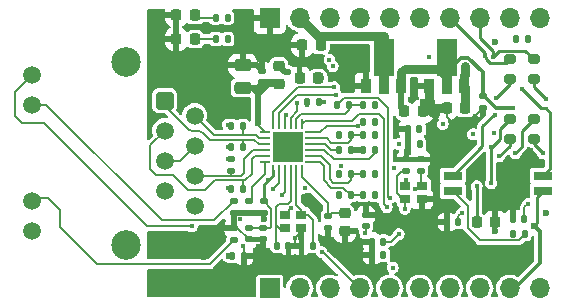
<source format=gbr>
%TF.GenerationSoftware,KiCad,Pcbnew,8.0.9-8.0.9-0~ubuntu22.04.1*%
%TF.CreationDate,2025-04-29T10:25:46+09:00*%
%TF.ProjectId,CANGatewayE,43414e47-6174-4657-9761-79452e6b6963,rev?*%
%TF.SameCoordinates,Original*%
%TF.FileFunction,Copper,L1,Top*%
%TF.FilePolarity,Positive*%
%FSLAX46Y46*%
G04 Gerber Fmt 4.6, Leading zero omitted, Abs format (unit mm)*
G04 Created by KiCad (PCBNEW 8.0.9-8.0.9-0~ubuntu22.04.1) date 2025-04-29 10:25:46*
%MOMM*%
%LPD*%
G01*
G04 APERTURE LIST*
G04 Aperture macros list*
%AMRoundRect*
0 Rectangle with rounded corners*
0 $1 Rounding radius*
0 $2 $3 $4 $5 $6 $7 $8 $9 X,Y pos of 4 corners*
0 Add a 4 corners polygon primitive as box body*
4,1,4,$2,$3,$4,$5,$6,$7,$8,$9,$2,$3,0*
0 Add four circle primitives for the rounded corners*
1,1,$1+$1,$2,$3*
1,1,$1+$1,$4,$5*
1,1,$1+$1,$6,$7*
1,1,$1+$1,$8,$9*
0 Add four rect primitives between the rounded corners*
20,1,$1+$1,$2,$3,$4,$5,0*
20,1,$1+$1,$4,$5,$6,$7,0*
20,1,$1+$1,$6,$7,$8,$9,0*
20,1,$1+$1,$8,$9,$2,$3,0*%
%AMFreePoly0*
4,1,9,3.862500,-0.866500,0.737500,-0.866500,0.737500,-0.450000,-0.737500,-0.450000,-0.737500,0.450000,0.737500,0.450000,0.737500,0.866500,3.862500,0.866500,3.862500,-0.866500,3.862500,-0.866500,$1*%
G04 Aperture macros list end*
%TA.AperFunction,ComponentPad*%
%ADD10C,2.500000*%
%TD*%
%TA.AperFunction,ComponentPad*%
%ADD11C,1.500000*%
%TD*%
%TA.AperFunction,ComponentPad*%
%ADD12RoundRect,0.250500X-0.499500X0.499500X-0.499500X-0.499500X0.499500X-0.499500X0.499500X0.499500X0*%
%TD*%
%TA.AperFunction,SMDPad,CuDef*%
%ADD13RoundRect,0.135000X-0.135000X-0.185000X0.135000X-0.185000X0.135000X0.185000X-0.135000X0.185000X0*%
%TD*%
%TA.AperFunction,SMDPad,CuDef*%
%ADD14RoundRect,0.135000X-0.185000X0.135000X-0.185000X-0.135000X0.185000X-0.135000X0.185000X0.135000X0*%
%TD*%
%TA.AperFunction,SMDPad,CuDef*%
%ADD15RoundRect,0.140000X0.140000X0.170000X-0.140000X0.170000X-0.140000X-0.170000X0.140000X-0.170000X0*%
%TD*%
%TA.AperFunction,SMDPad,CuDef*%
%ADD16RoundRect,0.135000X0.135000X0.185000X-0.135000X0.185000X-0.135000X-0.185000X0.135000X-0.185000X0*%
%TD*%
%TA.AperFunction,SMDPad,CuDef*%
%ADD17R,0.900000X0.800000*%
%TD*%
%TA.AperFunction,SMDPad,CuDef*%
%ADD18RoundRect,0.225000X-0.225000X-0.250000X0.225000X-0.250000X0.225000X0.250000X-0.225000X0.250000X0*%
%TD*%
%TA.AperFunction,SMDPad,CuDef*%
%ADD19RoundRect,0.140000X-0.170000X0.140000X-0.170000X-0.140000X0.170000X-0.140000X0.170000X0.140000X0*%
%TD*%
%TA.AperFunction,SMDPad,CuDef*%
%ADD20R,0.900000X1.300000*%
%TD*%
%TA.AperFunction,SMDPad,CuDef*%
%ADD21FreePoly0,90.000000*%
%TD*%
%TA.AperFunction,SMDPad,CuDef*%
%ADD22RoundRect,0.218750X-0.218750X-0.256250X0.218750X-0.256250X0.218750X0.256250X-0.218750X0.256250X0*%
%TD*%
%TA.AperFunction,SMDPad,CuDef*%
%ADD23RoundRect,0.140000X0.170000X-0.140000X0.170000X0.140000X-0.170000X0.140000X-0.170000X-0.140000X0*%
%TD*%
%TA.AperFunction,SMDPad,CuDef*%
%ADD24RoundRect,0.200000X-0.275000X0.200000X-0.275000X-0.200000X0.275000X-0.200000X0.275000X0.200000X0*%
%TD*%
%TA.AperFunction,SMDPad,CuDef*%
%ADD25RoundRect,0.062500X0.062500X-0.375000X0.062500X0.375000X-0.062500X0.375000X-0.062500X-0.375000X0*%
%TD*%
%TA.AperFunction,SMDPad,CuDef*%
%ADD26RoundRect,0.062500X0.375000X-0.062500X0.375000X0.062500X-0.375000X0.062500X-0.375000X-0.062500X0*%
%TD*%
%TA.AperFunction,ComponentPad*%
%ADD27C,0.500000*%
%TD*%
%TA.AperFunction,SMDPad,CuDef*%
%ADD28R,2.500000X2.500000*%
%TD*%
%TA.AperFunction,SMDPad,CuDef*%
%ADD29RoundRect,0.225000X0.225000X0.250000X-0.225000X0.250000X-0.225000X-0.250000X0.225000X-0.250000X0*%
%TD*%
%TA.AperFunction,SMDPad,CuDef*%
%ADD30RoundRect,0.225000X-0.250000X0.225000X-0.250000X-0.225000X0.250000X-0.225000X0.250000X0.225000X0*%
%TD*%
%TA.AperFunction,SMDPad,CuDef*%
%ADD31RoundRect,0.250000X0.475000X-0.250000X0.475000X0.250000X-0.475000X0.250000X-0.475000X-0.250000X0*%
%TD*%
%TA.AperFunction,SMDPad,CuDef*%
%ADD32RoundRect,0.218750X-0.256250X0.218750X-0.256250X-0.218750X0.256250X-0.218750X0.256250X0.218750X0*%
%TD*%
%TA.AperFunction,SMDPad,CuDef*%
%ADD33RoundRect,0.135000X0.185000X-0.135000X0.185000X0.135000X-0.185000X0.135000X-0.185000X-0.135000X0*%
%TD*%
%TA.AperFunction,SMDPad,CuDef*%
%ADD34R,1.600000X0.760000*%
%TD*%
%TA.AperFunction,ComponentPad*%
%ADD35R,1.700000X1.700000*%
%TD*%
%TA.AperFunction,ComponentPad*%
%ADD36O,1.700000X1.700000*%
%TD*%
%TA.AperFunction,ViaPad*%
%ADD37C,0.400000*%
%TD*%
%TA.AperFunction,ViaPad*%
%ADD38C,0.600000*%
%TD*%
%TA.AperFunction,Conductor*%
%ADD39C,0.200000*%
%TD*%
%TA.AperFunction,Conductor*%
%ADD40C,0.500000*%
%TD*%
%TA.AperFunction,Conductor*%
%ADD41C,0.750000*%
%TD*%
%TA.AperFunction,Conductor*%
%ADD42C,0.250000*%
%TD*%
%TA.AperFunction,Conductor*%
%ADD43C,0.300000*%
%TD*%
G04 APERTURE END LIST*
D10*
%TO.P,J5,SH*%
%TO.N,Net-(JP1-A)*%
X13200000Y4960000D03*
X13200000Y20450000D03*
D11*
%TO.P,J5,12*%
%TO.N,/Ethernet/LED1*%
X5250000Y6080000D03*
%TO.P,J5,11*%
%TO.N,Net-(J5-Pad11)*%
X5250000Y8620000D03*
%TO.P,J5,10*%
%TO.N,Net-(J5-Pad10)*%
X5250000Y16790000D03*
%TO.P,J5,9*%
%TO.N,/Ethernet/LED2*%
X5250000Y19330000D03*
%TO.P,J5,8*%
%TO.N,Net-(JP1-A)*%
X19050000Y8265000D03*
%TO.P,J5,7,NC*%
%TO.N,unconnected-(J5-NC-Pad7)*%
X16510000Y9525000D03*
%TO.P,J5,6,RD-*%
%TO.N,Net-(J5-RD-)*%
X19050000Y10805000D03*
%TO.P,J5,5,RCT*%
%TO.N,Net-(J5-RCT)*%
X16510000Y12065000D03*
%TO.P,J5,4,TCT*%
X19050000Y13345000D03*
%TO.P,J5,3,RD+*%
%TO.N,Net-(J5-RD+)*%
X16510000Y14605000D03*
%TO.P,J5,2,TD-*%
%TO.N,Net-(J5-TD-)*%
X19050000Y15885000D03*
D12*
%TO.P,J5,1,TD+*%
%TO.N,Net-(J5-TD+)*%
X16510000Y17145000D03*
%TD*%
D13*
%TO.P,R23,1*%
%TO.N,/Ethernet/LED2*%
X22240000Y4000000D03*
%TO.P,R23,2*%
%TO.N,GND*%
X23260000Y4000000D03*
%TD*%
D14*
%TO.P,R18,1*%
%TO.N,Net-(J5-Pad10)*%
X22352000Y8638000D03*
%TO.P,R18,2*%
%TO.N,GND*%
X22352000Y7618000D03*
%TD*%
D15*
%TO.P,C10,1*%
%TO.N,+3.3V*%
X35024000Y4064000D03*
%TO.P,C10,2*%
%TO.N,GND*%
X34064000Y4064000D03*
%TD*%
D16*
%TO.P,R3,1*%
%TO.N,+3.3V*%
X34292000Y9144000D03*
%TO.P,R3,2*%
%TO.N,Net-(U2-RXD1{slash}MODE1)*%
X33272000Y9144000D03*
%TD*%
%TO.P,R6,1*%
%TO.N,+3.3V*%
X34294000Y16764000D03*
%TO.P,R6,2*%
%TO.N,Net-(U2-~{INT}{slash}REFCLKO)*%
X33274000Y16764000D03*
%TD*%
D14*
%TO.P,R16,1*%
%TO.N,Net-(U2-RBIAS)*%
X23622000Y8638000D03*
%TO.P,R16,2*%
%TO.N,GND*%
X23622000Y7618000D03*
%TD*%
D17*
%TO.P,Y1,1,1*%
%TO.N,Net-(U1-PH0)*%
X38292000Y9948000D03*
%TO.P,Y1,2,2*%
%TO.N,GND*%
X36892000Y9948000D03*
%TO.P,Y1,3,3*%
%TO.N,Net-(U1-PH1)*%
X36892000Y8848000D03*
%TO.P,Y1,4,4*%
%TO.N,GND*%
X38292000Y8848000D03*
%TD*%
D18*
%TO.P,C22,1*%
%TO.N,+5V*%
X36804000Y16256000D03*
%TO.P,C22,2*%
%TO.N,GND*%
X38354000Y16256000D03*
%TD*%
D19*
%TO.P,C19,1*%
%TO.N,Net-(J5-RCT)*%
X24892000Y8608000D03*
%TO.P,C19,2*%
%TO.N,GND*%
X24892000Y7648000D03*
%TD*%
D20*
%TO.P,U5,1,GND*%
%TO.N,GND*%
X38886000Y18370000D03*
D21*
%TO.P,U5,2,VI*%
%TO.N,+5V*%
X40386000Y18457500D03*
D20*
%TO.P,U5,3,VO*%
%TO.N,+3.3V*%
X41886000Y18370000D03*
%TD*%
D16*
%TO.P,R1,1*%
%TO.N,/MCU/BOOT0*%
X38104000Y13462000D03*
%TO.P,R1,2*%
%TO.N,GND*%
X37084000Y13462000D03*
%TD*%
%TO.P,R22,1*%
%TO.N,/MCU/PC8*%
X21846000Y24172000D03*
%TO.P,R22,2*%
%TO.N,Net-(D2-A)*%
X20826000Y24172000D03*
%TD*%
D15*
%TO.P,C16,1*%
%TO.N,+3.3V*%
X34290000Y12954000D03*
%TO.P,C16,2*%
%TO.N,GND*%
X33330000Y12954000D03*
%TD*%
D19*
%TO.P,C20,1*%
%TO.N,Net-(J5-RCT)*%
X24830000Y6350000D03*
%TO.P,C20,2*%
%TO.N,GND*%
X24830000Y5390000D03*
%TD*%
D13*
%TO.P,R12,1*%
%TO.N,Net-(J5-RCT)*%
X22098000Y13208000D03*
%TO.P,R12,2*%
%TO.N,Net-(J5-TD+)*%
X23118000Y13208000D03*
%TD*%
D22*
%TO.P,D1,1,K*%
%TO.N,GND*%
X17500500Y22352000D03*
%TO.P,D1,2,A*%
%TO.N,Net-(D1-A)*%
X19075500Y22352000D03*
%TD*%
D23*
%TO.P,C1,1*%
%TO.N,Net-(U1-PH0)*%
X38201600Y11204000D03*
%TO.P,C1,2*%
%TO.N,GND*%
X38201600Y12164000D03*
%TD*%
D16*
%TO.P,R9,1*%
%TO.N,GND*%
X32260000Y12954000D03*
%TO.P,R9,2*%
%TO.N,Net-(U2-RXER{slash}PHYAD0)*%
X31240000Y12954000D03*
%TD*%
D24*
%TO.P,JP3,1,A*%
%TO.N,/CAN1_RD*%
X47752000Y15557000D03*
%TO.P,JP3,2,B*%
%TO.N,Net-(JP3-B)*%
X47752000Y13907000D03*
%TD*%
D25*
%TO.P,U2,1,VDD2A*%
%TO.N,Net-(J5-RCT)*%
X25666000Y11270500D03*
%TO.P,U2,2,LED2/~{INTSEL}*%
%TO.N,/Ethernet/LED2*%
X26166000Y11270500D03*
%TO.P,U2,3,LED1/REGOFF*%
%TO.N,/Ethernet/LED1*%
X26666000Y11270500D03*
%TO.P,U2,4,XTAL2*%
%TO.N,Net-(U2-XTAL2)*%
X27166000Y11270500D03*
%TO.P,U2,5,XTAL1/CLKIN*%
%TO.N,Net-(U2-XTAL1{slash}CLKIN)*%
X27666000Y11270500D03*
%TO.P,U2,6,VDDCR*%
%TO.N,Net-(U2-VDDCR)*%
X28166000Y11270500D03*
D26*
%TO.P,U2,7,RXD1/MODE1*%
%TO.N,Net-(U2-RXD1{slash}MODE1)*%
X28853500Y11958000D03*
%TO.P,U2,8,RXD0/MODE0*%
%TO.N,Net-(U2-RXD0{slash}MODE0)*%
X28853500Y12458000D03*
%TO.P,U2,9,VDDIO*%
%TO.N,+3.3V*%
X28853500Y12958000D03*
%TO.P,U2,10,RXER/PHYAD0*%
%TO.N,Net-(U2-RXER{slash}PHYAD0)*%
X28853500Y13458000D03*
%TO.P,U2,11,CRS_DV/MODE2*%
%TO.N,Net-(U2-CRS_DV{slash}MODE2)*%
X28853500Y13958000D03*
%TO.P,U2,12,MDIO*%
%TO.N,/RMII_MDIO*%
X28853500Y14458000D03*
D25*
%TO.P,U2,13,MDC*%
%TO.N,/RMII_MDC*%
X28166000Y15145500D03*
%TO.P,U2,14,~{INT}/REFCLKO*%
%TO.N,Net-(U2-~{INT}{slash}REFCLKO)*%
X27666000Y15145500D03*
%TO.P,U2,15,~{RST}*%
%TO.N,/NRST*%
X27166000Y15145500D03*
%TO.P,U2,16,TXEN*%
%TO.N,/RMII_TX_EN*%
X26666000Y15145500D03*
%TO.P,U2,17,TXD0*%
%TO.N,/RMII_TXD0*%
X26166000Y15145500D03*
%TO.P,U2,18,TXD1*%
%TO.N,/RMII_TXD1*%
X25666000Y15145500D03*
D26*
%TO.P,U2,19,VDD1A*%
%TO.N,Net-(J5-RCT)*%
X24978500Y14458000D03*
%TO.P,U2,20,TXN*%
%TO.N,Net-(J5-TD-)*%
X24978500Y13958000D03*
%TO.P,U2,21,TXP*%
%TO.N,Net-(J5-TD+)*%
X24978500Y13458000D03*
%TO.P,U2,22,RXN*%
%TO.N,Net-(J5-RD-)*%
X24978500Y12958000D03*
%TO.P,U2,23,RXP*%
%TO.N,Net-(J5-RD+)*%
X24978500Y12458000D03*
%TO.P,U2,24,RBIAS*%
%TO.N,Net-(U2-RBIAS)*%
X24978500Y11958000D03*
D27*
%TO.P,U2,25,VSS*%
%TO.N,GND*%
X25916000Y12208000D03*
X26916000Y12208000D03*
X27916000Y12208000D03*
X25916000Y13208000D03*
X26916000Y13208000D03*
D28*
X26916000Y13208000D03*
D27*
X27916000Y13208000D03*
X25916000Y14208000D03*
X26916000Y14208000D03*
X27916000Y14208000D03*
%TD*%
D29*
%TO.P,C24,1*%
%TO.N,/Connector/VIN*%
X29718000Y21844000D03*
%TO.P,C24,2*%
%TO.N,GND*%
X28168000Y21844000D03*
%TD*%
D18*
%TO.P,C5,1*%
%TO.N,Net-(C5-Pad1)*%
X42926000Y6858000D03*
%TO.P,C5,2*%
%TO.N,GND*%
X44476000Y6858000D03*
%TD*%
D24*
%TO.P,JP5,1,A*%
%TO.N,/CAN2_RD*%
X45720000Y20637000D03*
%TO.P,JP5,2,B*%
%TO.N,Net-(JP5-B)*%
X45720000Y18987000D03*
%TD*%
D19*
%TO.P,C11,1*%
%TO.N,+5V*%
X43434000Y17498000D03*
%TO.P,C11,2*%
%TO.N,GND*%
X43434000Y16538000D03*
%TD*%
D29*
%TO.P,C4,1*%
%TO.N,Net-(C4-Pad1)*%
X29477000Y19050000D03*
%TO.P,C4,2*%
%TO.N,GND*%
X27927000Y19050000D03*
%TD*%
D16*
%TO.P,R7,1*%
%TO.N,Net-(U2-RXD0{slash}MODE0)*%
X32260000Y10922000D03*
%TO.P,R7,2*%
%TO.N,/RMII_RXD0*%
X31240000Y10922000D03*
%TD*%
D20*
%TO.P,U7,1,GND*%
%TO.N,GND*%
X33552000Y18370000D03*
D21*
%TO.P,U7,2,VI*%
%TO.N,/Connector/VIN*%
X35052000Y18457500D03*
D20*
%TO.P,U7,3,VO*%
%TO.N,+5V*%
X36552000Y18370000D03*
%TD*%
D16*
%TO.P,R20,1*%
%TO.N,/CAN/CAN2_H*%
X47246000Y22352000D03*
%TO.P,R20,2*%
%TO.N,Net-(R20-Pad2)*%
X46226000Y22352000D03*
%TD*%
D13*
%TO.P,R13,1*%
%TO.N,Net-(J5-RCT)*%
X22096000Y14986000D03*
%TO.P,R13,2*%
%TO.N,Net-(J5-TD-)*%
X23116000Y14986000D03*
%TD*%
D16*
%TO.P,R2,1*%
%TO.N,+3.3V*%
X34292000Y10922000D03*
%TO.P,R2,2*%
%TO.N,Net-(U2-RXD0{slash}MODE0)*%
X33272000Y10922000D03*
%TD*%
D30*
%TO.P,C15,1*%
%TO.N,Net-(U2-VDDCR)*%
X31750000Y7633000D03*
%TO.P,C15,2*%
%TO.N,GND*%
X31750000Y6083000D03*
%TD*%
D24*
%TO.P,JP4,1,A*%
%TO.N,/CAN2_TD*%
X47752000Y20637000D03*
%TO.P,JP4,2,B*%
%TO.N,Net-(JP4-B)*%
X47752000Y18987000D03*
%TD*%
D16*
%TO.P,R8,1*%
%TO.N,Net-(U2-RXD1{slash}MODE1)*%
X32260000Y9144000D03*
%TO.P,R8,2*%
%TO.N,/RMII_RXD1*%
X31240000Y9144000D03*
%TD*%
D31*
%TO.P,C17,1*%
%TO.N,Net-(J5-RCT)*%
X23114000Y18227000D03*
%TO.P,C17,2*%
%TO.N,GND*%
X23114000Y20127000D03*
%TD*%
D23*
%TO.P,C18,1*%
%TO.N,Net-(J5-RCT)*%
X24765000Y18697000D03*
%TO.P,C18,2*%
%TO.N,GND*%
X24765000Y19657000D03*
%TD*%
D29*
%TO.P,C23,1*%
%TO.N,+3.3V*%
X41923000Y16510000D03*
%TO.P,C23,2*%
%TO.N,GND*%
X40373000Y16510000D03*
%TD*%
D17*
%TO.P,Y2,1,1*%
%TO.N,Net-(U2-XTAL1{slash}CLKIN)*%
X28070000Y7442902D03*
%TO.P,Y2,2,2*%
%TO.N,GND*%
X26670000Y7442902D03*
%TO.P,Y2,3,3*%
%TO.N,Net-(U2-XTAL2)*%
X26670000Y6342902D03*
%TO.P,Y2,4,4*%
%TO.N,GND*%
X28070000Y6342902D03*
%TD*%
D23*
%TO.P,C8,1*%
%TO.N,+3.3V*%
X33528000Y6505000D03*
%TO.P,C8,2*%
%TO.N,GND*%
X33528000Y7465000D03*
%TD*%
D32*
%TO.P,L1,1*%
%TO.N,+3.3V*%
X26162000Y20091500D03*
%TO.P,L1,2*%
%TO.N,Net-(J5-RCT)*%
X26162000Y18516500D03*
%TD*%
D16*
%TO.P,R5,1*%
%TO.N,+3.3V*%
X34292000Y15367000D03*
%TO.P,R5,2*%
%TO.N,/RMII_MDIO*%
X33272000Y15367000D03*
%TD*%
D33*
%TO.P,R17,1*%
%TO.N,Net-(J5-Pad11)*%
X22352000Y5332000D03*
%TO.P,R17,2*%
%TO.N,GND*%
X22352000Y6352000D03*
%TD*%
D34*
%TO.P,SW1,1*%
%TO.N,/CAN/CAN2_L*%
X40894000Y10795000D03*
%TO.P,SW1,2*%
%TO.N,Net-(R19-Pad1)*%
X40894000Y9525000D03*
%TO.P,SW1,3*%
%TO.N,/CAN/CAN1_L*%
X48514000Y9525000D03*
%TO.P,SW1,4*%
%TO.N,Net-(R20-Pad2)*%
X48514000Y10795000D03*
%TD*%
D16*
%TO.P,R19,1*%
%TO.N,Net-(R19-Pad1)*%
X46992000Y5842000D03*
%TO.P,R19,2*%
%TO.N,/CAN/CAN1_H*%
X45972000Y5842000D03*
%TD*%
D19*
%TO.P,C14,1*%
%TO.N,Net-(U2-VDDCR)*%
X30353000Y7338000D03*
%TO.P,C14,2*%
%TO.N,GND*%
X30353000Y6378000D03*
%TD*%
D15*
%TO.P,C7,1*%
%TO.N,+3.3V*%
X38072000Y14732000D03*
%TO.P,C7,2*%
%TO.N,GND*%
X37112000Y14732000D03*
%TD*%
%TO.P,C13,1*%
%TO.N,GND*%
X26995000Y4860902D03*
%TO.P,C13,2*%
%TO.N,Net-(U2-XTAL2)*%
X26035000Y4860902D03*
%TD*%
%TO.P,C6,1*%
%TO.N,+3.3V*%
X29563000Y17018000D03*
%TO.P,C6,2*%
%TO.N,GND*%
X28603000Y17018000D03*
%TD*%
D24*
%TO.P,JP2,1,A*%
%TO.N,/CAN1_TD*%
X45720000Y15557000D03*
%TO.P,JP2,2,B*%
%TO.N,Net-(JP2-B)*%
X45720000Y13907000D03*
%TD*%
D15*
%TO.P,C3,1*%
%TO.N,/NRST*%
X35024000Y5207000D03*
%TO.P,C3,2*%
%TO.N,GND*%
X34064000Y5207000D03*
%TD*%
D16*
%TO.P,R4,1*%
%TO.N,+3.3V*%
X34292000Y14224000D03*
%TO.P,R4,2*%
%TO.N,Net-(U2-CRS_DV{slash}MODE2)*%
X33272000Y14224000D03*
%TD*%
D19*
%TO.P,C2,1*%
%TO.N,GND*%
X36982400Y12164000D03*
%TO.P,C2,2*%
%TO.N,Net-(U1-PH1)*%
X36982400Y11204000D03*
%TD*%
D13*
%TO.P,R10,1*%
%TO.N,/RMII_CRS_DV*%
X31240000Y14224000D03*
%TO.P,R10,2*%
%TO.N,Net-(U2-CRS_DV{slash}MODE2)*%
X32260000Y14224000D03*
%TD*%
%TO.P,R14,1*%
%TO.N,Net-(J5-RCT)*%
X22096000Y9652000D03*
%TO.P,R14,2*%
%TO.N,Net-(J5-RD+)*%
X23116000Y9652000D03*
%TD*%
D14*
%TO.P,R15,1*%
%TO.N,Net-(J5-RCT)*%
X22098000Y12194000D03*
%TO.P,R15,2*%
%TO.N,Net-(J5-RD-)*%
X22098000Y11174000D03*
%TD*%
D22*
%TO.P,D2,1,K*%
%TO.N,GND*%
X17500500Y24384000D03*
%TO.P,D2,2,A*%
%TO.N,Net-(D2-A)*%
X19075500Y24384000D03*
%TD*%
D15*
%TO.P,C12,1*%
%TO.N,Net-(U2-XTAL1{slash}CLKIN)*%
X29055000Y4860902D03*
%TO.P,C12,2*%
%TO.N,GND*%
X28095000Y4860902D03*
%TD*%
%TO.P,C25,1*%
%TO.N,+5V*%
X46962000Y7112000D03*
%TO.P,C25,2*%
%TO.N,GND*%
X46002000Y7112000D03*
%TD*%
D16*
%TO.P,R21,1*%
%TO.N,/MCU/PC7*%
X21844000Y22352000D03*
%TO.P,R21,2*%
%TO.N,Net-(D1-A)*%
X20824000Y22352000D03*
%TD*%
D13*
%TO.P,R11,1*%
%TO.N,/RMII_REF_CLK*%
X31113000Y16764000D03*
%TO.P,R11,2*%
%TO.N,Net-(U2-~{INT}{slash}REFCLKO)*%
X32133000Y16764000D03*
%TD*%
D15*
%TO.P,C9,1*%
%TO.N,+3.3V*%
X41374000Y6858000D03*
%TO.P,C9,2*%
%TO.N,GND*%
X40414000Y6858000D03*
%TD*%
D19*
%TO.P,C21,1*%
%TO.N,Net-(J5-RCT)*%
X23622000Y6350000D03*
%TO.P,C21,2*%
%TO.N,GND*%
X23622000Y5390000D03*
%TD*%
D35*
%TO.P,J3,1,Pin_1*%
%TO.N,/SPI3_MOSI*%
X25400000Y1270000D03*
D36*
%TO.P,J3,2,Pin_2*%
%TO.N,/SPI3_MISO*%
X27940000Y1270000D03*
%TO.P,J3,3,Pin_3*%
%TO.N,/SPI3_SCK*%
X30480000Y1270000D03*
%TO.P,J3,4,Pin_4*%
%TO.N,/SPI3_CS*%
X33020000Y1270000D03*
%TO.P,J3,5,Pin_5*%
%TO.N,/VCP_TX*%
X35560000Y1270000D03*
%TO.P,J3,6,Pin_6*%
%TO.N,/VCP_RX*%
X38100000Y1270000D03*
%TO.P,J3,7,Pin_7*%
%TO.N,/CAN1_RD*%
X40640000Y1270000D03*
%TO.P,J3,8,Pin_8*%
%TO.N,/CAN1_TD*%
X43180000Y1270000D03*
%TO.P,J3,9,Pin_9*%
%TO.N,/CAN/CAN1_L*%
X45720000Y1270000D03*
%TO.P,J3,10,Pin_10*%
%TO.N,/CAN/CAN1_H*%
X48260000Y1270000D03*
%TD*%
D35*
%TO.P,J4,1,Pin_1*%
%TO.N,GND*%
X25400000Y24130000D03*
D36*
%TO.P,J4,2,Pin_2*%
%TO.N,/Connector/VIN*%
X27940000Y24130000D03*
%TO.P,J4,3,Pin_3*%
%TO.N,+3.3V*%
X30480000Y24130000D03*
%TO.P,J4,4,Pin_4*%
%TO.N,/NRST*%
X33020000Y24130000D03*
%TO.P,J4,5,Pin_5*%
%TO.N,/SWDIO*%
X35560000Y24130000D03*
%TO.P,J4,6,Pin_6*%
%TO.N,/SWCLK*%
X38100000Y24130000D03*
%TO.P,J4,7,Pin_7*%
%TO.N,/CAN2_RD*%
X40640000Y24130000D03*
%TO.P,J4,8,Pin_8*%
%TO.N,/CAN2_TD*%
X43180000Y24130000D03*
%TO.P,J4,9,Pin_9*%
%TO.N,/CAN/CAN2_L*%
X45720000Y24130000D03*
%TO.P,J4,10,Pin_10*%
%TO.N,/CAN/CAN2_H*%
X48260000Y24130000D03*
%TD*%
D37*
%TO.N,Net-(U1-PH0)*%
X37742001Y9635300D03*
%TO.N,GND*%
X27559000Y5495902D03*
X22860000Y7112000D03*
D38*
X33274000Y21336000D03*
D37*
X40386000Y6604000D03*
X20320000Y2540000D03*
D38*
X19812000Y3902000D03*
D37*
X22860000Y762000D03*
X38354000Y8509000D03*
X27247771Y8035886D03*
D38*
X21844000Y16256000D03*
D37*
X24384000Y4826000D03*
X33638779Y8126708D03*
X39370000Y16002000D03*
D38*
X40386000Y8128000D03*
X31750000Y21336000D03*
X38354000Y17018000D03*
X28168000Y21844000D03*
D37*
X16002000Y2540000D03*
D38*
X32512000Y4572000D03*
X44958000Y9144000D03*
D37*
X22860000Y2540000D03*
D38*
X46482000Y9144000D03*
D37*
X20320000Y762000D03*
X16002000Y762000D03*
X37084000Y14224000D03*
D38*
X19177000Y5080000D03*
X23114000Y20828000D03*
D37*
X31750000Y5588000D03*
D38*
X24885276Y7130000D03*
D37*
X36957000Y10414000D03*
X30353000Y5715000D03*
D38*
X32512000Y21336000D03*
X23368000Y16256000D03*
X21844000Y21082000D03*
X44450000Y6096000D03*
D37*
X28575000Y16764000D03*
D38*
X25654000Y3810000D03*
D37*
X46228000Y9906000D03*
D38*
X30480000Y4572000D03*
X39116000Y17018000D03*
D37*
X47498000Y12954000D03*
X37592000Y12164000D03*
X28575000Y9144000D03*
X39370000Y16510000D03*
X33330000Y12954000D03*
D38*
X24765000Y20574000D03*
D37*
X23114000Y4826000D03*
%TO.N,Net-(U1-PH1)*%
X36830000Y8001000D03*
%TO.N,Net-(C4-Pad1)*%
X29845000Y19050000D03*
D38*
%TO.N,+3.3V*%
X26924000Y19558000D03*
D37*
X38862000Y20828000D03*
X29972000Y17018000D03*
X34294000Y16764000D03*
X35024000Y4064000D03*
X33494257Y5914827D03*
D38*
X41910000Y19304000D03*
D37*
X34292000Y10922000D03*
D38*
X41910000Y20066000D03*
D37*
X34292000Y9144000D03*
D38*
X44450000Y22098000D03*
D37*
X41656000Y7620000D03*
D38*
X48768000Y7620000D03*
D37*
X38072000Y14732000D03*
X34290000Y12954000D03*
X34292000Y15367000D03*
X34292000Y14224000D03*
X28383103Y9714103D03*
%TO.N,Net-(J5-RCT)*%
X21842000Y13208000D03*
X21844000Y9744000D03*
X21842000Y12192000D03*
D38*
X24384000Y15240000D03*
D37*
X25273000Y10414000D03*
X21842000Y15113000D03*
%TO.N,/Ethernet/LED2*%
X25654000Y9652000D03*
X18796000Y6505000D03*
D38*
X22000000Y4000000D03*
D37*
%TO.N,/Ethernet/LED1*%
X26416000Y9144000D03*
%TO.N,/MCU/BOOT0*%
X38104000Y13462000D03*
%TO.N,/RMII_MDIO*%
X32891000Y14986000D03*
%TO.N,/RMII_RXD0*%
X31240000Y10922000D03*
%TO.N,/RMII_RXD1*%
X31240000Y9144000D03*
%TO.N,/RMII_CRS_DV*%
X31240000Y14224000D03*
X31466001Y11634381D03*
%TO.N,/RMII_REF_CLK*%
X35556000Y8886000D03*
%TO.N,/CAN/CAN1_H*%
X45972000Y5842000D03*
%TO.N,/CAN/CAN2_H*%
X47246000Y22352000D03*
%TO.N,Net-(R20-Pad2)*%
X46736001Y18150855D03*
X46228000Y22352000D03*
%TO.N,/CAN/CAN2_L*%
X44483999Y15967919D03*
D38*
%TO.N,/CAN/CAN1_L*%
X47783000Y6573000D03*
D37*
%TO.N,/SPI3_SCK*%
X35814000Y3010000D03*
X36322000Y13462000D03*
%TO.N,/RMII_TX_EN*%
X26741646Y15952396D03*
%TO.N,/VCP_TX*%
X40048810Y15163346D03*
%TO.N,/VCP_RX*%
X42628287Y14289147D03*
%TO.N,/RMII_MDC*%
X35306000Y8128000D03*
%TO.N,/CAN2_TD*%
X44306000Y20828000D03*
%TO.N,/RMII_TXD0*%
X30988000Y17653000D03*
%TO.N,/SPI3_CS*%
X29830880Y4310000D03*
%TO.N,/MCU/PC7*%
X21844000Y22352000D03*
X30734000Y20066000D03*
%TO.N,/CAN1_TD*%
X44144650Y13259350D03*
X44146499Y10153910D03*
%TO.N,/CAN2_RD*%
X43625768Y20890232D03*
%TO.N,/CAN1_RD*%
X46212182Y12684182D03*
%TO.N,/RMII_TXD1*%
X30861000Y18288000D03*
%TO.N,/MCU/PC8*%
X30465671Y20602658D03*
X21846000Y24172000D03*
%TO.N,+5V*%
X47244000Y8382000D03*
X45974000Y16510000D03*
%TO.N,Net-(C5-Pad1)*%
X42926000Y9906000D03*
%TO.N,/NRST*%
X36322000Y5842000D03*
X27746625Y16957375D03*
X35952000Y11430000D03*
%TO.N,Net-(JP2-B)*%
X44831000Y12446000D03*
%TO.N,Net-(JP3-B)*%
X48514000Y12700000D03*
%TO.N,Net-(JP4-B)*%
X48768000Y17272000D03*
%TO.N,Net-(JP5-B)*%
X44577000Y17399000D03*
X44395000Y14441409D03*
%TD*%
D39*
%TO.N,Net-(J5-Pad11)*%
X22352000Y5332000D02*
X20322000Y3302000D01*
X20322000Y3302000D02*
X10746964Y3302000D01*
X10746964Y3302000D02*
X7620000Y6428964D01*
X7620000Y6428964D02*
X7620000Y7921431D01*
X7620000Y7921431D02*
X6626431Y8915000D01*
X6626431Y8915000D02*
X5290000Y8915000D01*
%TO.N,/Ethernet/LED2*%
X18796000Y6505000D02*
X15029304Y6505000D01*
X15029304Y6505000D02*
X6294304Y15240000D01*
X6294304Y15240000D02*
X4445000Y15240000D01*
X4445000Y15240000D02*
X3810000Y15875000D01*
X3810000Y15875000D02*
X3810000Y17890000D01*
X3810000Y17890000D02*
X5250000Y19330000D01*
%TO.N,Net-(J5-Pad10)*%
X22352000Y8638000D02*
X20719000Y7005000D01*
X20719000Y7005000D02*
X16290000Y7005000D01*
X16290000Y7005000D02*
X6505000Y16790000D01*
X6505000Y16790000D02*
X5250000Y16790000D01*
%TO.N,Net-(U1-PH0)*%
X37979300Y9635300D02*
X38292000Y9948000D01*
X38201600Y10038400D02*
X38292000Y9948000D01*
X37742001Y9635300D02*
X37979300Y9635300D01*
X38201600Y11204000D02*
X38201600Y10038400D01*
%TO.N,GND*%
X40414000Y6858000D02*
X40414000Y6632000D01*
X22660000Y6352000D02*
X23622000Y5390000D01*
X28070000Y6342902D02*
X28070000Y6006902D01*
D40*
X24765000Y19657000D02*
X24765000Y20574000D01*
D41*
X38886000Y18370000D02*
X38886000Y16788000D01*
D39*
X22352000Y6352000D02*
X22660000Y6352000D01*
D41*
X38608000Y16510000D02*
X38354000Y16256000D01*
D40*
X23114000Y20127000D02*
X23114000Y20828000D01*
D39*
X40414000Y6632000D02*
X40386000Y6604000D01*
X27559000Y5495902D02*
X27559000Y4987902D01*
X27559000Y4987902D02*
X27432000Y4860902D01*
D40*
X37112000Y13490000D02*
X37084000Y13462000D01*
D39*
X38382000Y8481000D02*
X38354000Y8509000D01*
X36892000Y10349000D02*
X36957000Y10414000D01*
D42*
X28603000Y17018000D02*
X28603000Y16792000D01*
D39*
X44450000Y6832000D02*
X44476000Y6858000D01*
D41*
X39370000Y16510000D02*
X39370000Y16002000D01*
D40*
X24295000Y20127000D02*
X24765000Y19657000D01*
D39*
X23622000Y7618000D02*
X22352000Y7618000D01*
D42*
X33330000Y12954000D02*
X32260000Y12954000D01*
D39*
X23260000Y4680000D02*
X23114000Y4826000D01*
D41*
X38886000Y16788000D02*
X38354000Y16256000D01*
D39*
X40894000Y15240000D02*
X40373000Y15761000D01*
D42*
X34064000Y5207000D02*
X34064000Y4064000D01*
D39*
X38292000Y8848000D02*
X38292000Y8571000D01*
X26995000Y4860902D02*
X27432000Y4860902D01*
X23260000Y4000000D02*
X23260000Y4680000D01*
X33638779Y7575779D02*
X33528000Y7465000D01*
X33638779Y8126708D02*
X33638779Y7575779D01*
D41*
X40373000Y16510000D02*
X39370000Y16510000D01*
D40*
X37084000Y14224000D02*
X37112000Y14196000D01*
D39*
X27432000Y4860902D02*
X28095000Y4860902D01*
D41*
X39370000Y16002000D02*
X38608000Y16510000D01*
D42*
X24892000Y7468923D02*
X24885276Y7462199D01*
D40*
X37112000Y14196000D02*
X37112000Y13490000D01*
D39*
X36892000Y9948000D02*
X36892000Y10349000D01*
X43434000Y16538000D02*
X42136000Y15240000D01*
X42136000Y15240000D02*
X40894000Y15240000D01*
X44450000Y6096000D02*
X44450000Y6832000D01*
X31750000Y6083000D02*
X31750000Y5588000D01*
X38292000Y8571000D02*
X38354000Y8509000D01*
X40373000Y15761000D02*
X40373000Y16510000D01*
X26670000Y7458115D02*
X27247771Y8035886D01*
D42*
X24862000Y7618000D02*
X24892000Y7648000D01*
X28603000Y16792000D02*
X28575000Y16764000D01*
D40*
X37112000Y14252000D02*
X37084000Y14224000D01*
D39*
X26670000Y7442902D02*
X26670000Y7458115D01*
X28070000Y6006902D02*
X27559000Y5495902D01*
D42*
X24885276Y7462199D02*
X24885276Y7130000D01*
D39*
X22352000Y6352000D02*
X22352000Y7618000D01*
D42*
X23622000Y7618000D02*
X24862000Y7618000D01*
D40*
X23114000Y20127000D02*
X24295000Y20127000D01*
D42*
X24892000Y7648000D02*
X24892000Y7087923D01*
D39*
X24830000Y5390000D02*
X23622000Y5390000D01*
X36982400Y12164000D02*
X38201600Y12164000D01*
D40*
X37112000Y14732000D02*
X37112000Y14252000D01*
D39*
X30353000Y6378000D02*
X30353000Y5715000D01*
%TO.N,Net-(U1-PH1)*%
X36604000Y11204000D02*
X36142000Y10742000D01*
X36830000Y8786000D02*
X36892000Y8848000D01*
X36982400Y11204000D02*
X36604000Y11204000D01*
X36830000Y8001000D02*
X36830000Y8786000D01*
X36142000Y10742000D02*
X36142000Y9312000D01*
X36142000Y9312000D02*
X36606000Y8848000D01*
X36606000Y8848000D02*
X36892000Y8848000D01*
X36850000Y8890000D02*
X36576000Y8890000D01*
X36892000Y8848000D02*
X36850000Y8890000D01*
D42*
%TO.N,Net-(C4-Pad1)*%
X29477000Y19050000D02*
X29845000Y19050000D01*
%TO.N,+3.3V*%
X29563000Y17018000D02*
X29972000Y17018000D01*
D41*
X41886000Y18370000D02*
X41886000Y19280000D01*
D40*
X26924000Y19558000D02*
X26695500Y19558000D01*
X26695500Y19558000D02*
X26162000Y20091500D01*
D41*
X41923000Y16510000D02*
X41923000Y18333000D01*
D39*
X33782000Y12192000D02*
X30809076Y12192000D01*
D41*
X41923000Y18333000D02*
X41886000Y18370000D01*
D39*
X34290000Y12700000D02*
X33782000Y12192000D01*
X41374000Y7338000D02*
X41656000Y7620000D01*
X34290000Y12954000D02*
X34290000Y12700000D01*
D41*
X41910000Y19304000D02*
X41910000Y20066000D01*
D39*
X33528000Y6505000D02*
X33528000Y5948570D01*
X41374000Y6858000D02*
X41374000Y7338000D01*
X33528000Y5948570D02*
X33494257Y5914827D01*
X30043076Y12958000D02*
X28853500Y12958000D01*
X30809076Y12192000D02*
X30043076Y12958000D01*
D41*
X41886000Y19280000D02*
X41910000Y19304000D01*
D39*
%TO.N,Net-(U2-XTAL1{slash}CLKIN)*%
X29055000Y7047902D02*
X29055000Y4860902D01*
X27666000Y8309902D02*
X28070000Y7905902D01*
X28070000Y7442902D02*
X28660000Y7442902D01*
X27666000Y11270500D02*
X27666000Y8309902D01*
X28070000Y7905902D02*
X28070000Y7400902D01*
X28660000Y7442902D02*
X29055000Y7047902D01*
%TO.N,Net-(U2-XTAL2)*%
X25908000Y8162902D02*
X26162000Y8416902D01*
X26246000Y6300902D02*
X26670000Y6300902D01*
X25908000Y6638902D02*
X25908000Y8162902D01*
X25908000Y4987902D02*
X25908000Y6638902D01*
X26162000Y8416902D02*
X26924000Y8416902D01*
X26924000Y8416902D02*
X27166000Y8658902D01*
X26035000Y4860902D02*
X25908000Y4987902D01*
X25908000Y6638902D02*
X26246000Y6300902D01*
X27166000Y8658902D02*
X27166000Y11270500D01*
%TO.N,Net-(U2-VDDCR)*%
X30353000Y8451314D02*
X30353000Y7338000D01*
X28166000Y10638314D02*
X30353000Y8451314D01*
X28166000Y11270500D02*
X28166000Y10638314D01*
X31750000Y7633000D02*
X30648000Y7633000D01*
X30648000Y7633000D02*
X30353000Y7338000D01*
D42*
%TO.N,Net-(J5-RCT)*%
X24892000Y9652000D02*
X24892000Y10033000D01*
D39*
X25508000Y7992000D02*
X24892000Y8608000D01*
X22098000Y12194000D02*
X21844000Y12194000D01*
X21936000Y9652000D02*
X21844000Y9744000D01*
X23622000Y6350000D02*
X24830000Y6350000D01*
D40*
X24323000Y17907000D02*
X24003000Y18227000D01*
X24765000Y18608000D02*
X24384000Y18227000D01*
D39*
X22098000Y13208000D02*
X21842000Y13208000D01*
D40*
X24765000Y18697000D02*
X24765000Y18394500D01*
X24384000Y17145000D02*
X24384000Y17907000D01*
X24003000Y18227000D02*
X24384000Y18227000D01*
X24384000Y17678500D02*
X24932500Y18227000D01*
D42*
X25273000Y10414000D02*
X25666000Y10807000D01*
X25666000Y10807000D02*
X25666000Y11270500D01*
D39*
X21969000Y14986000D02*
X21842000Y15113000D01*
X22096000Y9652000D02*
X21936000Y9652000D01*
D40*
X24765000Y18697000D02*
X24765000Y18608000D01*
X26162000Y18516500D02*
X25222000Y18516500D01*
D39*
X19070000Y13335000D02*
X17800000Y12065000D01*
D40*
X24384000Y18227000D02*
X24932500Y18227000D01*
X24384000Y17907000D02*
X24612500Y17907000D01*
D39*
X25508000Y6458000D02*
X25508000Y7992000D01*
X21844000Y12194000D02*
X21842000Y12192000D01*
D40*
X25222000Y18516500D02*
X24932500Y18227000D01*
X24765000Y18394500D02*
X24932500Y18227000D01*
X24384000Y15240000D02*
X24384000Y17145000D01*
D39*
X22096000Y14986000D02*
X21969000Y14986000D01*
D40*
X24612500Y17907000D02*
X24932500Y18227000D01*
D39*
X24830000Y6350000D02*
X25400000Y6350000D01*
D40*
X25981500Y18697000D02*
X26162000Y18516500D01*
X24384000Y17907000D02*
X24384000Y18227000D01*
D42*
X24892000Y10033000D02*
X25273000Y10414000D01*
D39*
X24384000Y15052500D02*
X24978500Y14458000D01*
X17800000Y12065000D02*
X16530000Y12065000D01*
X24384000Y15240000D02*
X24384000Y15052500D01*
X25400000Y6350000D02*
X25508000Y6458000D01*
D40*
X23114000Y18227000D02*
X24003000Y18227000D01*
D42*
X24892000Y8608000D02*
X24892000Y9652000D01*
D40*
X24765000Y18697000D02*
X25981500Y18697000D01*
X24384000Y17907000D02*
X24323000Y17907000D01*
X24384000Y17145000D02*
X24384000Y17678500D01*
D39*
%TO.N,Net-(J5-TD-)*%
X23114000Y14224000D02*
X24260614Y14224000D01*
X19070000Y15875000D02*
X20721000Y14224000D01*
X23114000Y14224000D02*
X23114000Y14984000D01*
X24526614Y13958000D02*
X24978500Y13958000D01*
X20721000Y14224000D02*
X21128476Y14224000D01*
X23114000Y14984000D02*
X23116000Y14986000D01*
X24260614Y14224000D02*
X24526614Y13958000D01*
X21128476Y14224000D02*
X23114000Y14224000D01*
%TO.N,/Ethernet/LED2*%
X22240000Y4000000D02*
X22000000Y4000000D01*
X26166000Y11270500D02*
X26166000Y10164000D01*
X26166000Y10164000D02*
X25654000Y9652000D01*
%TO.N,Net-(J5-RD+)*%
X23876000Y12164432D02*
X23876000Y10922000D01*
X15280000Y11343107D02*
X15280000Y13355000D01*
X19959000Y9545000D02*
X18484874Y9545000D01*
X23116000Y9652000D02*
X23116000Y10393000D01*
X15280000Y13355000D02*
X16530000Y14605000D01*
X17218983Y10810891D02*
X15812216Y10810891D01*
X20809000Y10395000D02*
X19959000Y9545000D01*
X24978500Y12458000D02*
X24977021Y12456521D01*
X23116000Y10393000D02*
X23114000Y10395000D01*
X23876000Y10922000D02*
X23349000Y10395000D01*
X23349000Y10395000D02*
X23114000Y10395000D01*
X18484874Y9545000D02*
X17218983Y10810891D01*
X24168089Y12456521D02*
X23876000Y12164432D01*
X15812216Y10810891D02*
X15280000Y11343107D01*
X24977021Y12456521D02*
X24168089Y12456521D01*
X23114000Y10395000D02*
X20809000Y10395000D01*
%TO.N,/Ethernet/LED1*%
X26666000Y9394000D02*
X26416000Y9144000D01*
X26666000Y11270500D02*
X26666000Y9394000D01*
%TO.N,Net-(J5-TD+)*%
X23118000Y13820000D02*
X23118000Y13208000D01*
X16530000Y16854340D02*
X16530000Y17145000D01*
X23114000Y13824000D02*
X20348767Y13824000D01*
X24460928Y13458000D02*
X24094928Y13824000D01*
X24978500Y13458000D02*
X24460928Y13458000D01*
X19380635Y14585000D02*
X18799340Y14585000D01*
X24094928Y13824000D02*
X23114000Y13824000D01*
X18445786Y14731447D02*
X16676446Y16500787D01*
X20348767Y13824000D02*
X19734213Y14438554D01*
X23114000Y13824000D02*
X23118000Y13820000D01*
X19734213Y14438554D02*
G75*
G03*
X19380635Y14585013I-353613J-353654D01*
G01*
X16676446Y16500787D02*
G75*
G02*
X16530028Y16854340I353554J353513D01*
G01*
X18799340Y14585000D02*
G75*
G02*
X18445766Y14731427I-40J500000D01*
G01*
%TO.N,Net-(J5-RD-)*%
X23960928Y12958000D02*
X24978500Y12958000D01*
X22098000Y10795000D02*
X22987000Y10795000D01*
X23241000Y11049000D02*
X23241000Y12238072D01*
X22098000Y10795000D02*
X22098000Y11174000D01*
X19070000Y10795000D02*
X22098000Y10795000D01*
X23241000Y12238072D02*
X23960928Y12958000D01*
X22987000Y10795000D02*
X23241000Y11049000D01*
%TO.N,Net-(U2-RXD0{slash}MODE0)*%
X32260000Y10416000D02*
X32260000Y10922000D01*
X30480000Y10471686D02*
X30787686Y10164000D01*
X32008000Y10164000D02*
X32260000Y10416000D01*
X29706000Y12458000D02*
X30480000Y11684000D01*
X30787686Y10164000D02*
X32008000Y10164000D01*
X32260000Y10922000D02*
X33272000Y10922000D01*
X30480000Y11684000D02*
X30480000Y10471686D01*
X28853500Y12458000D02*
X29706000Y12458000D01*
%TO.N,Net-(U2-RXD1{slash}MODE1)*%
X31640000Y9764000D02*
X30622000Y9764000D01*
X30622000Y9764000D02*
X29972000Y10414000D01*
X29972000Y11626314D02*
X29640314Y11958000D01*
X29640314Y11958000D02*
X28853500Y11958000D01*
X29972000Y10414000D02*
X29972000Y11626314D01*
X32260000Y9144000D02*
X31640000Y9764000D01*
X32260000Y9144000D02*
X33272000Y9144000D01*
%TO.N,Net-(U2-CRS_DV{slash}MODE2)*%
X33272000Y14224000D02*
X32260000Y14224000D01*
X30607000Y13589000D02*
X30238000Y13958000D01*
X32260000Y14224000D02*
X32260000Y13845000D01*
X30238000Y13958000D02*
X28853500Y13958000D01*
X32004000Y13589000D02*
X30607000Y13589000D01*
X33272000Y14097000D02*
X33272000Y14224000D01*
X32260000Y13845000D02*
X32004000Y13589000D01*
%TO.N,/RMII_MDIO*%
X29698000Y14458000D02*
X30226000Y14986000D01*
X30226000Y14986000D02*
X32891000Y14986000D01*
X32891000Y14986000D02*
X33272000Y15367000D01*
X28853500Y14458000D02*
X29698000Y14458000D01*
%TO.N,Net-(U2-~{INT}{slash}REFCLKO)*%
X31750000Y16002000D02*
X32133000Y16385000D01*
X32133000Y16385000D02*
X32133000Y16764000D01*
X28070614Y16002000D02*
X31750000Y16002000D01*
X33274000Y16764000D02*
X32133000Y16764000D01*
X27666000Y15145500D02*
X27666000Y15597386D01*
X27666000Y15597386D02*
X28070614Y16002000D01*
%TO.N,/RMII_RXD0*%
X31240000Y10922000D02*
X31242000Y10924000D01*
X31242000Y10924000D02*
X31242000Y11080000D01*
%TO.N,/RMII_RXD1*%
X31240000Y9304000D02*
X31242000Y9306000D01*
X31240000Y9144000D02*
X31240000Y9304000D01*
%TO.N,Net-(U2-RXER{slash}PHYAD0)*%
X28853500Y13458000D02*
X30108762Y13458000D01*
X30108762Y13458000D02*
X30612762Y12954000D01*
X30612762Y12954000D02*
X31240000Y12954000D01*
%TO.N,/RMII_REF_CLK*%
X35452000Y16544924D02*
X34612924Y17384000D01*
X35452000Y8990000D02*
X35452000Y16544924D01*
X31733000Y17384000D02*
X31113000Y16764000D01*
X34612924Y17384000D02*
X31733000Y17384000D01*
X35556000Y8886000D02*
X35452000Y8990000D01*
%TO.N,Net-(U2-RBIAS)*%
X23876000Y9842001D02*
X23876000Y8892000D01*
X24978500Y10944501D02*
X23876000Y9842001D01*
X24978500Y11958000D02*
X24978500Y10944501D01*
X23876000Y8892000D02*
X23622000Y8638000D01*
%TO.N,Net-(R19-Pad1)*%
X42156000Y6404304D02*
X43226304Y5334000D01*
X42156000Y8263000D02*
X42156000Y6404304D01*
X46990000Y5842000D02*
X46482000Y5334000D01*
X46992000Y5842000D02*
X46990000Y5842000D01*
X43226304Y5334000D02*
X46482000Y5334000D01*
X40894000Y9525000D02*
X42156000Y8263000D01*
D42*
%TO.N,Net-(R20-Pad2)*%
X46736001Y18150855D02*
X48376856Y16510000D01*
X49159000Y16119000D02*
X49159000Y11440000D01*
X48376856Y16510000D02*
X48768000Y16510000D01*
X48768000Y16510000D02*
X49159000Y16119000D01*
X49159000Y11440000D02*
X48514000Y10795000D01*
%TO.N,/CAN/CAN2_L*%
X43417000Y14969000D02*
X43417000Y13318000D01*
X44415919Y15967919D02*
X43417000Y14969000D01*
X43417000Y13318000D02*
X40894000Y10795000D01*
X44483999Y15967919D02*
X44415919Y15967919D01*
D43*
%TO.N,/CAN/CAN1_L*%
X47783000Y6573000D02*
X48260000Y6096000D01*
X46131239Y1270000D02*
X45720000Y1270000D01*
D42*
X47783000Y6573000D02*
X48006000Y6796000D01*
D43*
X48260000Y3398761D02*
X46131239Y1270000D01*
X48260000Y6096000D02*
X48260000Y3398761D01*
D42*
X48006000Y6796000D02*
X48006000Y9017000D01*
X48006000Y9017000D02*
X48514000Y9525000D01*
D39*
%TO.N,/RMII_TX_EN*%
X26666000Y15876750D02*
X26666000Y15145500D01*
X26741646Y15952396D02*
X26666000Y15876750D01*
%TO.N,/RMII_MDC*%
X32352076Y15386000D02*
X32968076Y16002000D01*
X28166000Y15145500D02*
X28406500Y15386000D01*
X35052000Y15621000D02*
X35052000Y8382000D01*
X35052000Y8382000D02*
X35306000Y8128000D01*
X34671000Y16002000D02*
X35052000Y15621000D01*
X28406500Y15386000D02*
X32352076Y15386000D01*
X32968076Y16002000D02*
X34671000Y16002000D01*
D42*
%TO.N,/CAN2_TD*%
X43180000Y22484116D02*
X43180000Y24130000D01*
X44306000Y20828000D02*
X44306000Y21358116D01*
X44840000Y21362000D02*
X47027000Y21362000D01*
X44306000Y20828000D02*
X44840000Y21362000D01*
X44306000Y21358116D02*
X43180000Y22484116D01*
X47027000Y21362000D02*
X47752000Y20637000D01*
D39*
%TO.N,/RMII_TXD0*%
X26166000Y15145500D02*
X26166000Y16083857D01*
X27735143Y17653000D02*
X30988000Y17653000D01*
X26166000Y16083857D02*
X27735143Y17653000D01*
%TO.N,/SPI3_CS*%
X32933471Y1270000D02*
X29893471Y4310000D01*
X33020000Y1270000D02*
X32933471Y1270000D01*
X29893471Y4310000D02*
X29830880Y4310000D01*
D42*
%TO.N,/CAN1_TD*%
X44144650Y13259350D02*
X44247350Y13259350D01*
X44920000Y14757000D02*
X45720000Y15557000D01*
X44144650Y13259350D02*
X44146499Y13257501D01*
X44920000Y13932000D02*
X44920000Y14757000D01*
X44146499Y13257501D02*
X44146499Y10153910D01*
X44247350Y13259350D02*
X44920000Y13932000D01*
%TO.N,/CAN2_RD*%
X44088537Y20303000D02*
X43688000Y20703537D01*
X45720000Y20637000D02*
X45386000Y20303000D01*
X43688000Y20828000D02*
X43625768Y20890232D01*
X43625768Y21144232D02*
X40640000Y24130000D01*
X43688000Y20703537D02*
X43688000Y20828000D01*
X43625768Y20890232D02*
X43625768Y21144232D01*
X45386000Y20303000D02*
X44088537Y20303000D01*
%TO.N,/CAN1_RD*%
X46736000Y13208000D02*
X46736000Y14541000D01*
X46212182Y12684182D02*
X46736000Y13208000D01*
X46736000Y14541000D02*
X47752000Y15557000D01*
D39*
%TO.N,/RMII_TXD1*%
X25666000Y16149543D02*
X25666000Y15145500D01*
X27804457Y18288000D02*
X25666000Y16149543D01*
X30861000Y18288000D02*
X27804457Y18288000D01*
%TO.N,/MCU/PC8*%
X21888000Y24130000D02*
X21846000Y24172000D01*
D41*
%TO.N,+5V*%
X36830000Y19812000D02*
X39694000Y19812000D01*
D43*
X44577000Y16510000D02*
X43434000Y17653000D01*
D41*
X36552000Y19534000D02*
X36830000Y19812000D01*
D39*
X46962000Y8100000D02*
X47244000Y8382000D01*
D43*
X42210305Y20791000D02*
X41609695Y20791000D01*
X40386000Y19567305D02*
X40386000Y18457500D01*
X43434000Y19567305D02*
X42210305Y20791000D01*
X45974000Y16510000D02*
X44577000Y16510000D01*
D39*
X46962000Y7112000D02*
X46962000Y8100000D01*
D41*
X40386000Y19120000D02*
X40386000Y18457500D01*
D40*
X36552000Y18370000D02*
X36552000Y16508000D01*
D41*
X39694000Y19812000D02*
X40386000Y19120000D01*
X36552000Y18370000D02*
X36552000Y19534000D01*
D43*
X43434000Y17653000D02*
X43434000Y19567305D01*
D40*
X36552000Y16508000D02*
X36804000Y16256000D01*
D43*
X41609695Y20791000D02*
X40386000Y19567305D01*
D42*
%TO.N,Net-(C5-Pad1)*%
X42926000Y9906000D02*
X42926000Y6858000D01*
D39*
%TO.N,Net-(D1-A)*%
X20824000Y22352000D02*
X19075500Y22352000D01*
%TO.N,Net-(D2-A)*%
X19287500Y24172000D02*
X19075500Y24384000D01*
X20826000Y24172000D02*
X19287500Y24172000D01*
D41*
%TO.N,/Connector/VIN*%
X29718000Y21844000D02*
X29718000Y22352000D01*
X29464000Y22606000D02*
X35052000Y22606000D01*
X27940000Y24130000D02*
X29464000Y22606000D01*
X29718000Y22352000D02*
X27940000Y24130000D01*
X35052000Y22606000D02*
X35052000Y18457500D01*
D39*
%TO.N,/NRST*%
X27746625Y16250268D02*
X27746625Y16957375D01*
X27166000Y15145500D02*
X27166000Y15669643D01*
X27166000Y15669643D02*
X27746625Y16250268D01*
X35687000Y5207000D02*
X36322000Y5842000D01*
X35024000Y5207000D02*
X35687000Y5207000D01*
D42*
%TO.N,Net-(JP2-B)*%
X44831000Y12446000D02*
X45720000Y13335000D01*
X45720000Y13335000D02*
X45720000Y13907000D01*
%TO.N,Net-(JP3-B)*%
X47752000Y13462000D02*
X48514000Y12700000D01*
X47752000Y13907000D02*
X47752000Y13462000D01*
%TO.N,Net-(JP4-B)*%
X47752000Y18288000D02*
X47752000Y18987000D01*
X48768000Y17272000D02*
X47752000Y18288000D01*
%TO.N,Net-(JP5-B)*%
X44577000Y17399000D02*
X45720000Y18542000D01*
X45720000Y18542000D02*
X45720000Y18987000D01*
%TD*%
%TA.AperFunction,Conductor*%
%TO.N,GND*%
G36*
X28263039Y6323217D02*
G01*
X28308794Y6270413D01*
X28320000Y6218902D01*
X28320000Y5791492D01*
X28342166Y5750898D01*
X28345000Y5724540D01*
X28345000Y4056399D01*
X28491195Y4098871D01*
X28630372Y4181180D01*
X28630380Y4181186D01*
X28680936Y4231742D01*
X28742259Y4265228D01*
X28809569Y4261105D01*
X28832181Y4253192D01*
X28832189Y4253192D01*
X28832190Y4253191D01*
X28861930Y4250402D01*
X29228560Y4250402D01*
X29295599Y4230717D01*
X29341354Y4177913D01*
X29343026Y4173430D01*
X29364687Y4126000D01*
X29405503Y4036627D01*
X29499752Y3927857D01*
X29620827Y3850047D01*
X29620830Y3850046D01*
X29620829Y3850046D01*
X29758916Y3809501D01*
X29758918Y3809500D01*
X29758919Y3809500D01*
X29776216Y3809500D01*
X29843255Y3789815D01*
X29863897Y3773181D01*
X31130723Y2506355D01*
X31164208Y2445032D01*
X31159224Y2375340D01*
X31117352Y2319407D01*
X31051888Y2294990D01*
X30998248Y2303047D01*
X30956018Y2319407D01*
X30796198Y2381321D01*
X30586610Y2420500D01*
X30373390Y2420500D01*
X30163802Y2381321D01*
X30163799Y2381321D01*
X30163799Y2381320D01*
X29964982Y2304299D01*
X29964980Y2304298D01*
X29783699Y2192053D01*
X29626127Y2048407D01*
X29497632Y1878254D01*
X29402596Y1687395D01*
X29402596Y1687393D01*
X29344244Y1482311D01*
X29333471Y1366049D01*
X29307685Y1301112D01*
X29263130Y1269196D01*
X29299503Y1248332D01*
X29331693Y1186319D01*
X29333471Y1173952D01*
X29344244Y1057690D01*
X29402596Y852608D01*
X29402596Y852606D01*
X29488658Y679771D01*
X29500919Y610986D01*
X29474046Y546491D01*
X29416570Y506764D01*
X29377658Y500500D01*
X29042342Y500500D01*
X28975303Y520185D01*
X28929548Y572989D01*
X28919604Y642147D01*
X28931342Y679771D01*
X29017403Y852606D01*
X29017403Y852607D01*
X29017405Y852611D01*
X29075756Y1057690D01*
X29086529Y1173953D01*
X29112315Y1238889D01*
X29156869Y1270806D01*
X29120497Y1291669D01*
X29088307Y1353682D01*
X29086529Y1366049D01*
X29083175Y1402241D01*
X29075756Y1482310D01*
X29017405Y1687389D01*
X29017403Y1687394D01*
X29017403Y1687395D01*
X28922367Y1878254D01*
X28793872Y2048407D01*
X28758238Y2080892D01*
X28636302Y2192052D01*
X28455019Y2304298D01*
X28455017Y2304299D01*
X28355608Y2342810D01*
X28256198Y2381321D01*
X28046610Y2420500D01*
X27833390Y2420500D01*
X27623802Y2381321D01*
X27623799Y2381321D01*
X27623799Y2381320D01*
X27424982Y2304299D01*
X27424980Y2304298D01*
X27243699Y2192053D01*
X27086127Y2048407D01*
X26957632Y1878254D01*
X26862596Y1687395D01*
X26862596Y1687393D01*
X26804244Y1482311D01*
X26797970Y1414606D01*
X26772183Y1349669D01*
X26715383Y1308982D01*
X26645602Y1305462D01*
X26584995Y1340228D01*
X26552806Y1402241D01*
X26550499Y1426048D01*
X26550499Y2164857D01*
X26550499Y2164863D01*
X26550499Y2164864D01*
X26550497Y2164883D01*
X26547586Y2189988D01*
X26547585Y2189990D01*
X26547585Y2189991D01*
X26502206Y2292765D01*
X26422765Y2372206D01*
X26402124Y2381320D01*
X26319992Y2417585D01*
X26294865Y2420500D01*
X24505143Y2420500D01*
X24505117Y2420498D01*
X24480012Y2417587D01*
X24480008Y2417585D01*
X24377235Y2372207D01*
X24297794Y2292766D01*
X24252415Y2189994D01*
X24252415Y2189992D01*
X24252415Y2189991D01*
X24249500Y2164865D01*
X24249500Y1340228D01*
X24249501Y624500D01*
X24229816Y557461D01*
X24177013Y511706D01*
X24125501Y500500D01*
X15110000Y500500D01*
X15042961Y520185D01*
X14997206Y572989D01*
X14986000Y624500D01*
X14986000Y2777500D01*
X15005685Y2844539D01*
X15058489Y2890294D01*
X15110000Y2901500D01*
X20374725Y2901500D01*
X20374727Y2901500D01*
X20476588Y2928793D01*
X20567913Y2981520D01*
X21292159Y3705768D01*
X21353482Y3739252D01*
X21423173Y3734268D01*
X21478215Y3693574D01*
X21571718Y3571718D01*
X21697159Y3475464D01*
X21843238Y3414956D01*
X21969130Y3398383D01*
X21993892Y3392487D01*
X22023121Y3382259D01*
X22052543Y3379500D01*
X22427456Y3379501D01*
X22456879Y3382259D01*
X22533597Y3409105D01*
X22603372Y3412667D01*
X22662232Y3379744D01*
X22732709Y3309266D01*
X22732714Y3309262D01*
X22870805Y3227596D01*
X23010000Y3187156D01*
X23010000Y3187157D01*
X23510000Y3187157D01*
X23649194Y3227596D01*
X23787285Y3309262D01*
X23787294Y3309269D01*
X23900731Y3422706D01*
X23900738Y3422715D01*
X23982406Y3560809D01*
X23982407Y3560812D01*
X24027166Y3714872D01*
X24027167Y3714878D01*
X24029931Y3750000D01*
X23510000Y3750000D01*
X23510000Y3187157D01*
X23010000Y3187157D01*
X23010000Y3876000D01*
X23029685Y3943039D01*
X23082489Y3988794D01*
X23134000Y4000000D01*
X23260000Y4000000D01*
X23260000Y4126000D01*
X23279685Y4193039D01*
X23332489Y4238794D01*
X23384000Y4250000D01*
X24029931Y4250000D01*
X24027167Y4285123D01*
X24027166Y4285129D01*
X23982408Y4439188D01*
X23963014Y4471981D01*
X23945831Y4539705D01*
X23967990Y4605968D01*
X24022456Y4649731D01*
X24035156Y4654181D01*
X24048193Y4657969D01*
X24162878Y4725793D01*
X24230602Y4742976D01*
X24289122Y4725793D01*
X24403806Y4657968D01*
X24559089Y4612855D01*
X24580000Y4611211D01*
X24580000Y5140000D01*
X23746000Y5140000D01*
X23678961Y5159685D01*
X23633206Y5212489D01*
X23622000Y5264000D01*
X23622000Y5516000D01*
X23641685Y5583039D01*
X23694489Y5628794D01*
X23746000Y5640000D01*
X24706000Y5640000D01*
X24773039Y5620315D01*
X24818794Y5567511D01*
X24830000Y5516000D01*
X24830000Y5390000D01*
X24956000Y5390000D01*
X25023039Y5370315D01*
X25068794Y5317511D01*
X25080000Y5266000D01*
X25080000Y4611211D01*
X25100910Y4612855D01*
X25256194Y4657969D01*
X25278143Y4670949D01*
X25345867Y4688133D01*
X25412130Y4665974D01*
X25455894Y4611509D01*
X25458307Y4605174D01*
X25489258Y4516723D01*
X25501148Y4482745D01*
X25580001Y4375903D01*
X25686843Y4297050D01*
X25720911Y4285129D01*
X25812173Y4253194D01*
X25812177Y4253194D01*
X25812181Y4253192D01*
X25827057Y4251797D01*
X25841930Y4250402D01*
X25841934Y4250402D01*
X26228070Y4250402D01*
X26257809Y4253191D01*
X26257809Y4253192D01*
X26257819Y4253192D01*
X26280427Y4261104D01*
X26350202Y4264666D01*
X26409061Y4231743D01*
X26459616Y4181188D01*
X26459625Y4181181D01*
X26598804Y4098871D01*
X26745000Y4056398D01*
X26745000Y4056399D01*
X27245000Y4056399D01*
X27391195Y4098871D01*
X27481879Y4152501D01*
X27549602Y4169684D01*
X27608121Y4152501D01*
X27698804Y4098871D01*
X27845000Y4056398D01*
X27845000Y4610902D01*
X27245000Y4610902D01*
X27245000Y4056399D01*
X26745000Y4056399D01*
X26745000Y4736902D01*
X26764685Y4803941D01*
X26817489Y4849696D01*
X26869000Y4860902D01*
X26995000Y4860902D01*
X26995000Y4986902D01*
X27014685Y5053941D01*
X27067489Y5099696D01*
X27119000Y5110902D01*
X27845000Y5110902D01*
X27845000Y5322313D01*
X27822834Y5362906D01*
X27820000Y5389264D01*
X27820000Y6218902D01*
X27839685Y6285941D01*
X27892489Y6331696D01*
X27944000Y6342902D01*
X28196000Y6342902D01*
X28263039Y6323217D01*
G37*
%TD.AperFunction*%
%TA.AperFunction,Conductor*%
G36*
X30546039Y6358315D02*
G01*
X30591794Y6305511D01*
X30603000Y6254000D01*
X30603000Y5599211D01*
X30623913Y5600856D01*
X30689711Y5619971D01*
X30759580Y5619772D01*
X30818250Y5581830D01*
X30836686Y5553304D01*
X30838452Y5549516D01*
X30927424Y5405272D01*
X30927427Y5405268D01*
X31047267Y5285428D01*
X31047271Y5285425D01*
X31191507Y5196458D01*
X31191518Y5196453D01*
X31352393Y5143145D01*
X31451683Y5133001D01*
X32000000Y5133001D01*
X32048308Y5133001D01*
X32048322Y5133002D01*
X32147607Y5143145D01*
X32308481Y5196453D01*
X32308492Y5196458D01*
X32452728Y5285425D01*
X32452732Y5285428D01*
X32572572Y5405268D01*
X32572575Y5405272D01*
X32661542Y5549508D01*
X32661547Y5549519D01*
X32714855Y5710394D01*
X32724999Y5809678D01*
X32725000Y5809691D01*
X32725000Y5833000D01*
X32000000Y5833000D01*
X32000000Y5133001D01*
X31451683Y5133001D01*
X31499999Y5133002D01*
X31500000Y5133002D01*
X31500000Y5959000D01*
X31519685Y6026039D01*
X31572489Y6071794D01*
X31624000Y6083000D01*
X31750000Y6083000D01*
X31750000Y6209000D01*
X31769685Y6276039D01*
X31822489Y6321794D01*
X31874000Y6333000D01*
X32731687Y6333000D01*
X32778272Y6358438D01*
X32847964Y6353455D01*
X32903898Y6311584D01*
X32921673Y6278227D01*
X32964147Y6156844D01*
X32983536Y6130574D01*
X33007508Y6064945D01*
X33006505Y6039292D01*
X33005949Y6035425D01*
X32988610Y5914827D01*
X32990779Y5899741D01*
X33009091Y5772371D01*
X33048905Y5685192D01*
X33068880Y5641454D01*
X33163129Y5532684D01*
X33284204Y5454874D01*
X33284207Y5454873D01*
X33284206Y5454873D01*
X33422293Y5414328D01*
X33422295Y5414327D01*
X33422296Y5414327D01*
X33566219Y5414327D01*
X33566219Y5414328D01*
X33619821Y5430066D01*
X33694446Y5451977D01*
X33729380Y5457000D01*
X33940000Y5457000D01*
X34007039Y5437315D01*
X34052794Y5384511D01*
X34064000Y5333000D01*
X34064000Y5207000D01*
X34190000Y5207000D01*
X34257039Y5187315D01*
X34302794Y5134511D01*
X34314000Y5083000D01*
X34314000Y3259497D01*
X34460195Y3301969D01*
X34599372Y3384278D01*
X34599380Y3384284D01*
X34649936Y3434840D01*
X34711259Y3468326D01*
X34778569Y3464203D01*
X34801181Y3456290D01*
X34801189Y3456290D01*
X34801190Y3456289D01*
X34830930Y3453500D01*
X34830934Y3453500D01*
X35217070Y3453500D01*
X35234067Y3455095D01*
X35246819Y3456290D01*
X35246823Y3456292D01*
X35249776Y3456936D01*
X35252021Y3456778D01*
X35254331Y3456994D01*
X35254366Y3456612D01*
X35319472Y3452015D01*
X35375443Y3410194D01*
X35399919Y3344752D01*
X35389038Y3284283D01*
X35328834Y3152455D01*
X35308353Y3010000D01*
X35328834Y2867544D01*
X35388622Y2736629D01*
X35388623Y2736627D01*
X35482872Y2627857D01*
X35482873Y2627857D01*
X35488680Y2621155D01*
X35486950Y2619657D01*
X35517956Y2571406D01*
X35517953Y2501537D01*
X35480176Y2442760D01*
X35421763Y2414588D01*
X35357370Y2402551D01*
X35243802Y2381321D01*
X35243800Y2381321D01*
X35243798Y2381320D01*
X35044982Y2304299D01*
X35044980Y2304298D01*
X34863699Y2192053D01*
X34706127Y2048407D01*
X34577632Y1878254D01*
X34482596Y1687395D01*
X34482596Y1687393D01*
X34424244Y1482311D01*
X34413471Y1366049D01*
X34387685Y1301112D01*
X34343130Y1269196D01*
X34379503Y1248332D01*
X34411693Y1186319D01*
X34413471Y1173952D01*
X34424244Y1057690D01*
X34482596Y852608D01*
X34482596Y852606D01*
X34568658Y679771D01*
X34580919Y610986D01*
X34554046Y546491D01*
X34496570Y506764D01*
X34457658Y500500D01*
X34122342Y500500D01*
X34055303Y520185D01*
X34009548Y572989D01*
X33999604Y642147D01*
X34011342Y679771D01*
X34097403Y852606D01*
X34097403Y852607D01*
X34097405Y852611D01*
X34155756Y1057690D01*
X34166529Y1173953D01*
X34192315Y1238889D01*
X34236869Y1270806D01*
X34200497Y1291669D01*
X34168307Y1353682D01*
X34166529Y1366049D01*
X34163175Y1402241D01*
X34155756Y1482310D01*
X34097405Y1687389D01*
X34097403Y1687394D01*
X34097403Y1687395D01*
X34002367Y1878254D01*
X33873872Y2048407D01*
X33838238Y2080892D01*
X33716302Y2192052D01*
X33535019Y2304298D01*
X33535017Y2304299D01*
X33435608Y2342810D01*
X33336198Y2381321D01*
X33126610Y2420500D01*
X32913390Y2420500D01*
X32703802Y2381321D01*
X32703797Y2381320D01*
X32551912Y2322480D01*
X32482289Y2316618D01*
X32420549Y2349329D01*
X32419438Y2350426D01*
X30955864Y3814000D01*
X33285210Y3814000D01*
X33286854Y3793090D01*
X33331968Y3637805D01*
X33414278Y3498626D01*
X33414285Y3498617D01*
X33528616Y3384286D01*
X33528625Y3384279D01*
X33667804Y3301969D01*
X33814000Y3259496D01*
X33814000Y3814000D01*
X33285210Y3814000D01*
X30955864Y3814000D01*
X30455863Y4314001D01*
X33285209Y4314001D01*
X33285210Y4314000D01*
X33814000Y4314000D01*
X33814000Y4957000D01*
X33285210Y4957000D01*
X33286854Y4936090D01*
X33331968Y4780805D01*
X33331970Y4780801D01*
X33380571Y4698620D01*
X33397754Y4630896D01*
X33380571Y4572380D01*
X33331970Y4490200D01*
X33331966Y4490191D01*
X33286855Y4334919D01*
X33286854Y4334913D01*
X33285209Y4314001D01*
X30455863Y4314001D01*
X30330719Y4439145D01*
X30305606Y4475315D01*
X30256259Y4583370D01*
X30256256Y4583374D01*
X30236678Y4605968D01*
X30162008Y4692143D01*
X30040933Y4769953D01*
X30040931Y4769954D01*
X30040929Y4769955D01*
X30040930Y4769955D01*
X29902843Y4810500D01*
X29902841Y4810500D01*
X29759500Y4810500D01*
X29692461Y4830185D01*
X29646706Y4882989D01*
X29635500Y4934500D01*
X29635500Y5083973D01*
X29632710Y5113717D01*
X29632710Y5113721D01*
X29632708Y5113725D01*
X29632708Y5113729D01*
X29598149Y5212489D01*
X29588852Y5239059D01*
X29509999Y5345901D01*
X29505864Y5348953D01*
X29463615Y5404601D01*
X29455500Y5448721D01*
X29455500Y5761209D01*
X29475185Y5828248D01*
X29527989Y5874003D01*
X29597147Y5883947D01*
X29660703Y5854922D01*
X29667436Y5847811D01*
X29667764Y5848138D01*
X29787616Y5728286D01*
X29787625Y5728279D01*
X29926804Y5645969D01*
X30082089Y5600855D01*
X30103000Y5599211D01*
X30103000Y6254000D01*
X30122685Y6321039D01*
X30175489Y6366794D01*
X30227000Y6378000D01*
X30479000Y6378000D01*
X30546039Y6358315D01*
G37*
%TD.AperFunction*%
%TA.AperFunction,Conductor*%
G36*
X43627039Y16518315D02*
G01*
X43672794Y16465511D01*
X43684000Y16414000D01*
X43684000Y15889111D01*
X43664315Y15822072D01*
X43647681Y15801430D01*
X43155737Y15309485D01*
X43076517Y15230266D01*
X43076513Y15230260D01*
X43020498Y15133240D01*
X43020497Y15133237D01*
X42991500Y15025018D01*
X42991500Y14869774D01*
X42971815Y14802735D01*
X42919011Y14756980D01*
X42849853Y14747036D01*
X42832566Y14750797D01*
X42700251Y14789647D01*
X42700248Y14789647D01*
X42556326Y14789647D01*
X42556323Y14789647D01*
X42418236Y14749102D01*
X42297160Y14671291D01*
X42202910Y14562521D01*
X42202909Y14562519D01*
X42143121Y14431604D01*
X42122640Y14289147D01*
X42143121Y14146691D01*
X42185021Y14054944D01*
X42202910Y14015774D01*
X42297159Y13907004D01*
X42418234Y13829194D01*
X42418237Y13829193D01*
X42418236Y13829193D01*
X42502938Y13804323D01*
X42552661Y13789723D01*
X42556323Y13788648D01*
X42556325Y13788647D01*
X42556326Y13788647D01*
X42700249Y13788647D01*
X42700249Y13788648D01*
X42757951Y13805590D01*
X42832566Y13827498D01*
X42902435Y13827498D01*
X42961213Y13789723D01*
X42990238Y13726168D01*
X42991500Y13708521D01*
X42991500Y13545611D01*
X42971815Y13478572D01*
X42955181Y13457930D01*
X41009069Y11511819D01*
X40947746Y11478334D01*
X40921388Y11475500D01*
X40049143Y11475500D01*
X40049117Y11475498D01*
X40024012Y11472587D01*
X40024008Y11472585D01*
X39921235Y11427207D01*
X39841794Y11347766D01*
X39796415Y11244994D01*
X39796415Y11244992D01*
X39793500Y11219869D01*
X39793500Y10370144D01*
X39793502Y10370118D01*
X39796413Y10345013D01*
X39796415Y10345009D01*
X39841793Y10242236D01*
X39848288Y10232755D01*
X39845529Y10230866D01*
X39869833Y10186358D01*
X39864849Y10116666D01*
X39846658Y10088362D01*
X39848288Y10087245D01*
X39841794Y10077766D01*
X39796415Y9974994D01*
X39796415Y9974992D01*
X39793500Y9949869D01*
X39793500Y9100144D01*
X39793502Y9100118D01*
X39796413Y9075013D01*
X39796415Y9075009D01*
X39841793Y8972236D01*
X39841794Y8972235D01*
X39921235Y8892794D01*
X40024009Y8847415D01*
X40049135Y8844500D01*
X40956744Y8844501D01*
X41023783Y8824817D01*
X41044425Y8808182D01*
X41369995Y8482612D01*
X41550720Y8301888D01*
X41584205Y8240565D01*
X41579221Y8170874D01*
X41537350Y8114940D01*
X41497974Y8095230D01*
X41445949Y8079955D01*
X41324873Y8002144D01*
X41324872Y8002144D01*
X41324872Y8002143D01*
X41323882Y8001000D01*
X41230623Y7893374D01*
X41230622Y7893372D01*
X41170835Y7762459D01*
X41170834Y7762455D01*
X41166426Y7731796D01*
X41137400Y7668241D01*
X41131370Y7661764D01*
X41053804Y7584197D01*
X40992481Y7550712D01*
X40922789Y7555696D01*
X40903001Y7565146D01*
X40810193Y7620033D01*
X40810190Y7620035D01*
X40664001Y7662507D01*
X40664000Y7662506D01*
X40664000Y6053497D01*
X40810195Y6095969D01*
X40949372Y6178278D01*
X40949380Y6178284D01*
X40999936Y6228840D01*
X41061259Y6262326D01*
X41128569Y6258203D01*
X41151181Y6250290D01*
X41151189Y6250290D01*
X41151190Y6250289D01*
X41180930Y6247500D01*
X41180934Y6247500D01*
X41567070Y6247500D01*
X41580289Y6248740D01*
X41596819Y6250290D01*
X41654286Y6270400D01*
X41724065Y6273962D01*
X41784692Y6239234D01*
X41802628Y6215359D01*
X41835515Y6158398D01*
X41835518Y6158394D01*
X41835520Y6158391D01*
X42905823Y5088088D01*
X42905824Y5088087D01*
X42980391Y5013520D01*
X43071717Y4960793D01*
X43173577Y4933500D01*
X43173579Y4933500D01*
X46534725Y4933500D01*
X46534727Y4933500D01*
X46636588Y4960793D01*
X46727913Y5013520D01*
X46899575Y5185184D01*
X46960896Y5218667D01*
X46987255Y5221501D01*
X47179454Y5221501D01*
X47179456Y5221501D01*
X47208879Y5224259D01*
X47332794Y5267619D01*
X47438423Y5345577D01*
X47516381Y5451206D01*
X47544892Y5532684D01*
X47559741Y5575119D01*
X47559741Y5575121D01*
X47562042Y5599655D01*
X47587899Y5664563D01*
X47644744Y5705189D01*
X47714529Y5708632D01*
X47775097Y5673801D01*
X47807219Y5611753D01*
X47809500Y5588078D01*
X47809500Y3636727D01*
X47789815Y3569688D01*
X47773181Y3549046D01*
X46485682Y2261548D01*
X46424359Y2228063D01*
X46354667Y2233047D01*
X46332724Y2243802D01*
X46235024Y2304295D01*
X46235017Y2304299D01*
X46135608Y2342810D01*
X46036198Y2381321D01*
X45826610Y2420500D01*
X45613390Y2420500D01*
X45403802Y2381321D01*
X45403799Y2381321D01*
X45403799Y2381320D01*
X45204982Y2304299D01*
X45204980Y2304298D01*
X45023699Y2192053D01*
X44866127Y2048407D01*
X44737632Y1878254D01*
X44642596Y1687395D01*
X44642596Y1687393D01*
X44584244Y1482311D01*
X44573471Y1366049D01*
X44547685Y1301112D01*
X44503130Y1269196D01*
X44539503Y1248332D01*
X44571693Y1186319D01*
X44573471Y1173952D01*
X44584244Y1057690D01*
X44642596Y852608D01*
X44642596Y852606D01*
X44728658Y679771D01*
X44740919Y610986D01*
X44714046Y546491D01*
X44656570Y506764D01*
X44617658Y500500D01*
X44282342Y500500D01*
X44215303Y520185D01*
X44169548Y572989D01*
X44159604Y642147D01*
X44171342Y679771D01*
X44257403Y852606D01*
X44257403Y852607D01*
X44257405Y852611D01*
X44315756Y1057690D01*
X44326529Y1173953D01*
X44352315Y1238889D01*
X44396869Y1270806D01*
X44360497Y1291669D01*
X44328307Y1353682D01*
X44326529Y1366049D01*
X44323175Y1402241D01*
X44315756Y1482310D01*
X44257405Y1687389D01*
X44257403Y1687394D01*
X44257403Y1687395D01*
X44162367Y1878254D01*
X44033872Y2048407D01*
X43998238Y2080892D01*
X43876302Y2192052D01*
X43695019Y2304298D01*
X43695017Y2304299D01*
X43595608Y2342810D01*
X43496198Y2381321D01*
X43286610Y2420500D01*
X43073390Y2420500D01*
X42863802Y2381321D01*
X42863799Y2381321D01*
X42863799Y2381320D01*
X42664982Y2304299D01*
X42664980Y2304298D01*
X42483699Y2192053D01*
X42326127Y2048407D01*
X42197632Y1878254D01*
X42102596Y1687395D01*
X42102596Y1687393D01*
X42044244Y1482311D01*
X42033471Y1366049D01*
X42007685Y1301112D01*
X41963130Y1269196D01*
X41999503Y1248332D01*
X42031693Y1186319D01*
X42033471Y1173952D01*
X42044244Y1057690D01*
X42102596Y852608D01*
X42102596Y852606D01*
X42188658Y679771D01*
X42200919Y610986D01*
X42174046Y546491D01*
X42116570Y506764D01*
X42077658Y500500D01*
X41742342Y500500D01*
X41675303Y520185D01*
X41629548Y572989D01*
X41619604Y642147D01*
X41631342Y679771D01*
X41717403Y852606D01*
X41717403Y852607D01*
X41717405Y852611D01*
X41775756Y1057690D01*
X41786529Y1173953D01*
X41812315Y1238889D01*
X41856869Y1270806D01*
X41820497Y1291669D01*
X41788307Y1353682D01*
X41786529Y1366049D01*
X41783175Y1402241D01*
X41775756Y1482310D01*
X41717405Y1687389D01*
X41717403Y1687394D01*
X41717403Y1687395D01*
X41622367Y1878254D01*
X41493872Y2048407D01*
X41458238Y2080892D01*
X41336302Y2192052D01*
X41155019Y2304298D01*
X41155017Y2304299D01*
X41055608Y2342810D01*
X40956198Y2381321D01*
X40746610Y2420500D01*
X40533390Y2420500D01*
X40323802Y2381321D01*
X40323799Y2381321D01*
X40323799Y2381320D01*
X40124982Y2304299D01*
X40124980Y2304298D01*
X39943699Y2192053D01*
X39786127Y2048407D01*
X39657632Y1878254D01*
X39562596Y1687395D01*
X39562596Y1687393D01*
X39504244Y1482311D01*
X39493471Y1366049D01*
X39467685Y1301112D01*
X39423130Y1269196D01*
X39459503Y1248332D01*
X39491693Y1186319D01*
X39493471Y1173952D01*
X39504244Y1057690D01*
X39562596Y852608D01*
X39562596Y852606D01*
X39648658Y679771D01*
X39660919Y610986D01*
X39634046Y546491D01*
X39576570Y506764D01*
X39537658Y500500D01*
X39202342Y500500D01*
X39135303Y520185D01*
X39089548Y572989D01*
X39079604Y642147D01*
X39091342Y679771D01*
X39177403Y852606D01*
X39177403Y852607D01*
X39177405Y852611D01*
X39235756Y1057690D01*
X39246529Y1173953D01*
X39272315Y1238889D01*
X39316869Y1270806D01*
X39280497Y1291669D01*
X39248307Y1353682D01*
X39246529Y1366049D01*
X39243175Y1402241D01*
X39235756Y1482310D01*
X39177405Y1687389D01*
X39177403Y1687394D01*
X39177403Y1687395D01*
X39082367Y1878254D01*
X38953872Y2048407D01*
X38918238Y2080892D01*
X38796302Y2192052D01*
X38615019Y2304298D01*
X38615017Y2304299D01*
X38515608Y2342810D01*
X38416198Y2381321D01*
X38206610Y2420500D01*
X37993390Y2420500D01*
X37783802Y2381321D01*
X37783799Y2381321D01*
X37783799Y2381320D01*
X37584982Y2304299D01*
X37584980Y2304298D01*
X37403699Y2192053D01*
X37246127Y2048407D01*
X37117632Y1878254D01*
X37022596Y1687395D01*
X37022596Y1687393D01*
X36964244Y1482311D01*
X36953471Y1366049D01*
X36927685Y1301112D01*
X36883130Y1269196D01*
X36919503Y1248332D01*
X36951693Y1186319D01*
X36953471Y1173952D01*
X36964244Y1057690D01*
X37022596Y852608D01*
X37022596Y852606D01*
X37108658Y679771D01*
X37120919Y610986D01*
X37094046Y546491D01*
X37036570Y506764D01*
X36997658Y500500D01*
X36662342Y500500D01*
X36595303Y520185D01*
X36549548Y572989D01*
X36539604Y642147D01*
X36551342Y679771D01*
X36637403Y852606D01*
X36637403Y852607D01*
X36637405Y852611D01*
X36695756Y1057690D01*
X36706529Y1173953D01*
X36732315Y1238889D01*
X36776869Y1270806D01*
X36740497Y1291669D01*
X36708307Y1353682D01*
X36706529Y1366049D01*
X36703175Y1402241D01*
X36695756Y1482310D01*
X36637405Y1687389D01*
X36637403Y1687394D01*
X36637403Y1687395D01*
X36542367Y1878254D01*
X36413872Y2048407D01*
X36378238Y2080892D01*
X36256302Y2192052D01*
X36075019Y2304298D01*
X36075017Y2304299D01*
X36043217Y2316618D01*
X36030549Y2321526D01*
X35975149Y2364098D01*
X35951558Y2429865D01*
X35967269Y2497945D01*
X36017293Y2546724D01*
X36023833Y2549946D01*
X36024048Y2550045D01*
X36024049Y2550046D01*
X36024053Y2550047D01*
X36145128Y2627857D01*
X36239377Y2736627D01*
X36299165Y2867543D01*
X36319647Y3010000D01*
X36299165Y3152457D01*
X36239377Y3283373D01*
X36145128Y3392143D01*
X36024053Y3469953D01*
X36024051Y3469954D01*
X36024049Y3469955D01*
X36024050Y3469955D01*
X35885963Y3510500D01*
X35885961Y3510500D01*
X35742039Y3510500D01*
X35742038Y3510500D01*
X35695134Y3496729D01*
X35625264Y3496731D01*
X35566487Y3534506D01*
X35537464Y3598063D01*
X35547409Y3667221D01*
X35553530Y3677617D01*
X35553510Y3677627D01*
X35557852Y3685843D01*
X35601708Y3811174D01*
X35601708Y3811177D01*
X35601710Y3811181D01*
X35604500Y3840934D01*
X35604500Y4287066D01*
X35601710Y4316819D01*
X35601708Y4316823D01*
X35601708Y4316827D01*
X35557852Y4442156D01*
X35557852Y4442157D01*
X35478999Y4548999D01*
X35478997Y4549000D01*
X35473481Y4556475D01*
X35474886Y4557513D01*
X35446694Y4609142D01*
X35451678Y4678834D01*
X35474250Y4713957D01*
X35473481Y4714525D01*
X35481798Y4725793D01*
X35504190Y4756135D01*
X35559838Y4798385D01*
X35603960Y4806500D01*
X35739725Y4806500D01*
X35739727Y4806500D01*
X35841588Y4833793D01*
X35932913Y4886520D01*
X36362991Y5316600D01*
X36415731Y5347893D01*
X36532053Y5382047D01*
X36653128Y5459857D01*
X36747377Y5568627D01*
X36807165Y5699543D01*
X36827647Y5842000D01*
X36807165Y5984457D01*
X36747377Y6115373D01*
X36653128Y6224143D01*
X36532053Y6301953D01*
X36532051Y6301954D01*
X36532049Y6301955D01*
X36532050Y6301955D01*
X36393963Y6342500D01*
X36393961Y6342500D01*
X36250039Y6342500D01*
X36250036Y6342500D01*
X36111949Y6301955D01*
X35990873Y6224144D01*
X35896623Y6115374D01*
X35896622Y6115372D01*
X35836835Y5984459D01*
X35836834Y5984455D01*
X35832426Y5953795D01*
X35803400Y5890240D01*
X35797369Y5883763D01*
X35627299Y5713693D01*
X35565976Y5680208D01*
X35496284Y5685192D01*
X35465986Y5701603D01*
X35372157Y5770852D01*
X35372155Y5770853D01*
X35246826Y5814709D01*
X35246814Y5814711D01*
X35217070Y5817500D01*
X35217066Y5817500D01*
X34830934Y5817500D01*
X34830930Y5817500D01*
X34801181Y5814711D01*
X34801180Y5814711D01*
X34778571Y5806799D01*
X34708793Y5803238D01*
X34649936Y5836161D01*
X34599383Y5886715D01*
X34599374Y5886722D01*
X34460196Y5969031D01*
X34304909Y6014146D01*
X34268644Y6017000D01*
X34217680Y6017000D01*
X34150641Y6036685D01*
X34104886Y6089489D01*
X34094942Y6158647D01*
X34100639Y6181956D01*
X34135710Y6282181D01*
X34137898Y6305511D01*
X34138500Y6311930D01*
X34138500Y6608000D01*
X39635210Y6608000D01*
X39636854Y6587090D01*
X39681968Y6431805D01*
X39764278Y6292626D01*
X39764285Y6292617D01*
X39878616Y6178286D01*
X39878625Y6178279D01*
X40017804Y6095969D01*
X40164000Y6053496D01*
X40164000Y6608000D01*
X39635210Y6608000D01*
X34138500Y6608000D01*
X34138500Y6698071D01*
X34135711Y6727810D01*
X34135710Y6727811D01*
X34135710Y6727819D01*
X34127797Y6750431D01*
X34124237Y6820206D01*
X34157160Y6879064D01*
X34207716Y6929620D01*
X34207722Y6929628D01*
X34290031Y7068805D01*
X34301418Y7108001D01*
X39635209Y7108001D01*
X39635210Y7108000D01*
X40164000Y7108000D01*
X40164000Y7662506D01*
X40163998Y7662507D01*
X40017809Y7620035D01*
X40017806Y7620033D01*
X39878625Y7537722D01*
X39878616Y7537715D01*
X39764285Y7423384D01*
X39764278Y7423375D01*
X39681968Y7284196D01*
X39681966Y7284191D01*
X39636855Y7128919D01*
X39636854Y7128913D01*
X39635209Y7108001D01*
X34301418Y7108001D01*
X34332504Y7215000D01*
X33652000Y7215000D01*
X33584961Y7234685D01*
X33539206Y7287489D01*
X33528000Y7339000D01*
X33528000Y7465000D01*
X33402000Y7465000D01*
X33334961Y7484685D01*
X33289206Y7537489D01*
X33278000Y7589000D01*
X33278000Y7715000D01*
X33778000Y7715000D01*
X34332504Y7715000D01*
X34290031Y7861196D01*
X34207721Y8000375D01*
X34207714Y8000384D01*
X34093383Y8114715D01*
X34093374Y8114722D01*
X33954195Y8197032D01*
X33954190Y8197034D01*
X33798918Y8242145D01*
X33798912Y8242146D01*
X33778000Y8243791D01*
X33778000Y7715000D01*
X33278000Y7715000D01*
X33278000Y8243790D01*
X33277999Y8243791D01*
X33257087Y8242146D01*
X33257081Y8242145D01*
X33101809Y8197034D01*
X33101804Y8197032D01*
X32962625Y8114722D01*
X32962616Y8114715D01*
X32848285Y8000384D01*
X32848278Y8000375D01*
X32765966Y7861193D01*
X32763222Y7854851D01*
X32718528Y7801146D01*
X32651894Y7780131D01*
X32584475Y7798476D01*
X32537678Y7850358D01*
X32525967Y7895469D01*
X32525941Y7895465D01*
X32525917Y7895662D01*
X32525645Y7896711D01*
X32525500Y7899138D01*
X32525500Y7899144D01*
X32515359Y7983590D01*
X32462364Y8117975D01*
X32462363Y8117976D01*
X32462363Y8117977D01*
X32375078Y8233079D01*
X32285910Y8300697D01*
X32244386Y8356890D01*
X32239835Y8426611D01*
X32273700Y8487725D01*
X32335230Y8520829D01*
X32360832Y8523501D01*
X32447456Y8523501D01*
X32476879Y8526259D01*
X32600794Y8569619D01*
X32692367Y8637204D01*
X32757995Y8661174D01*
X32826165Y8645859D01*
X32839628Y8637207D01*
X32931206Y8569619D01*
X32962591Y8558637D01*
X33055119Y8526259D01*
X33062796Y8525540D01*
X33084543Y8523500D01*
X33459456Y8523501D01*
X33488879Y8526259D01*
X33612794Y8569619D01*
X33708367Y8640156D01*
X33773995Y8664126D01*
X33842165Y8648811D01*
X33855629Y8640158D01*
X33951206Y8569619D01*
X33982591Y8558637D01*
X34075119Y8526259D01*
X34082796Y8525540D01*
X34104543Y8523500D01*
X34479456Y8523501D01*
X34508879Y8526259D01*
X34508880Y8526260D01*
X34515928Y8526920D01*
X34584512Y8513577D01*
X34634995Y8465274D01*
X34651500Y8403461D01*
X34651500Y8329273D01*
X34659157Y8300697D01*
X34678793Y8227411D01*
X34700798Y8189298D01*
X34731520Y8136087D01*
X34731522Y8136085D01*
X34781369Y8086238D01*
X34814854Y8024915D01*
X34816426Y8016205D01*
X34820834Y7985547D01*
X34820835Y7985542D01*
X34877692Y7861044D01*
X34880623Y7854627D01*
X34974872Y7745857D01*
X35095947Y7668047D01*
X35095950Y7668046D01*
X35095949Y7668046D01*
X35234036Y7627501D01*
X35234038Y7627500D01*
X35234039Y7627500D01*
X35377962Y7627500D01*
X35377962Y7627501D01*
X35516053Y7668047D01*
X35637128Y7745857D01*
X35731377Y7854627D01*
X35791165Y7985543D01*
X35811647Y8128000D01*
X35791165Y8270457D01*
X35775168Y8305484D01*
X35765224Y8374639D01*
X35794247Y8438196D01*
X35820921Y8461309D01*
X35887128Y8503857D01*
X35923788Y8546166D01*
X35982563Y8583940D01*
X36052433Y8583941D01*
X36111212Y8546167D01*
X36140238Y8482612D01*
X36141500Y8464965D01*
X36141500Y8403145D01*
X36141502Y8403118D01*
X36144413Y8378013D01*
X36144415Y8378009D01*
X36189793Y8275236D01*
X36189794Y8275235D01*
X36269235Y8195794D01*
X36269237Y8195793D01*
X36278718Y8189298D01*
X36276682Y8186327D01*
X36314730Y8154196D01*
X36335265Y8087412D01*
X36334013Y8068190D01*
X36324353Y8001001D01*
X36344834Y7858544D01*
X36402719Y7731796D01*
X36404623Y7727627D01*
X36498872Y7618857D01*
X36619947Y7541047D01*
X36619950Y7541046D01*
X36619949Y7541046D01*
X36758036Y7500501D01*
X36758038Y7500500D01*
X36758039Y7500500D01*
X36901962Y7500500D01*
X36901962Y7500501D01*
X37009121Y7531965D01*
X37040050Y7541046D01*
X37040050Y7541047D01*
X37040053Y7541047D01*
X37161128Y7618857D01*
X37255377Y7727627D01*
X37315165Y7858543D01*
X37332057Y7976033D01*
X37361082Y8039588D01*
X37419860Y8077363D01*
X37489729Y8077363D01*
X37529107Y8057652D01*
X37599910Y8004648D01*
X37599913Y8004646D01*
X37734620Y7954404D01*
X37734627Y7954402D01*
X37794155Y7948001D01*
X37794172Y7948000D01*
X38042000Y7948000D01*
X38542000Y7948000D01*
X38789828Y7948000D01*
X38789844Y7948001D01*
X38849372Y7954402D01*
X38849379Y7954404D01*
X38984086Y8004646D01*
X38984093Y8004650D01*
X39099187Y8090810D01*
X39099190Y8090813D01*
X39185350Y8205907D01*
X39185354Y8205914D01*
X39235596Y8340621D01*
X39235598Y8340628D01*
X39241999Y8400156D01*
X39242000Y8400173D01*
X39242000Y8598000D01*
X38542000Y8598000D01*
X38542000Y7948000D01*
X38042000Y7948000D01*
X38042000Y8724000D01*
X38061685Y8791039D01*
X38114489Y8836794D01*
X38166000Y8848000D01*
X38292000Y8848000D01*
X38292000Y8974000D01*
X38311685Y9041039D01*
X38364489Y9086794D01*
X38416000Y9098000D01*
X39242000Y9098000D01*
X39242000Y9295828D01*
X39241999Y9295845D01*
X39235598Y9355373D01*
X39235596Y9355380D01*
X39185354Y9490087D01*
X39185352Y9490089D01*
X39099190Y9605187D01*
X39099185Y9605193D01*
X39092185Y9610433D01*
X39050316Y9666368D01*
X39042499Y9709693D01*
X39042499Y10392864D01*
X39042497Y10392883D01*
X39039586Y10417988D01*
X39039585Y10417990D01*
X39039585Y10417991D01*
X38994206Y10520765D01*
X38914765Y10600206D01*
X38862009Y10623500D01*
X38803458Y10649353D01*
X38804777Y10652342D01*
X38759235Y10680358D01*
X38728964Y10743330D01*
X38737544Y10812671D01*
X38751557Y10837017D01*
X38765452Y10855843D01*
X38809310Y10981181D01*
X38812100Y11010934D01*
X38812100Y11397066D01*
X38811372Y11404827D01*
X38809311Y11426810D01*
X38809310Y11426811D01*
X38809310Y11426819D01*
X38801397Y11449431D01*
X38797837Y11519206D01*
X38830760Y11578064D01*
X38881316Y11628620D01*
X38881322Y11628628D01*
X38963631Y11767805D01*
X39006104Y11914000D01*
X36115936Y11914000D01*
X36115936Y11914641D01*
X36086145Y11912557D01*
X36077760Y11914704D01*
X36023961Y11930500D01*
X35976500Y11930500D01*
X35909461Y11950185D01*
X35863706Y12002989D01*
X35852500Y12054500D01*
X35852500Y12941695D01*
X35872185Y13008734D01*
X35924989Y13054489D01*
X35994147Y13064433D01*
X36043537Y13046011D01*
X36086171Y13018612D01*
X36111948Y13002046D01*
X36250036Y12961501D01*
X36250038Y12961500D01*
X36265440Y12961500D01*
X36332479Y12941815D01*
X36378234Y12889011D01*
X36388178Y12819853D01*
X36359153Y12756297D01*
X36353121Y12749819D01*
X36302685Y12699384D01*
X36302678Y12699375D01*
X36220368Y12560196D01*
X36177896Y12414000D01*
X36732400Y12414000D01*
X36732400Y12950000D01*
X36752085Y13017039D01*
X36804889Y13062794D01*
X36827772Y13067773D01*
X36834000Y13074000D01*
X36834000Y14332638D01*
X36853685Y14399677D01*
X36862000Y14409996D01*
X36862000Y14482000D01*
X36333210Y14482000D01*
X36334854Y14461090D01*
X36379968Y14305805D01*
X36379968Y14305804D01*
X36453884Y14180819D01*
X36471067Y14113095D01*
X36448907Y14046832D01*
X36445137Y14041706D01*
X36443269Y14039299D01*
X36433855Y14023379D01*
X36382786Y13975695D01*
X36327123Y13962500D01*
X36250036Y13962500D01*
X36111949Y13921955D01*
X36043539Y13877990D01*
X35976500Y13858306D01*
X35909460Y13877991D01*
X35863705Y13930795D01*
X35852500Y13982306D01*
X35852500Y15763376D01*
X35872185Y15830415D01*
X35924989Y15876170D01*
X35994147Y15886114D01*
X36057703Y15857089D01*
X36091853Y15808868D01*
X36094787Y15801430D01*
X36116636Y15746024D01*
X36203921Y15630922D01*
X36319024Y15543636D01*
X36353659Y15529978D01*
X36422504Y15502829D01*
X36477648Y15459924D01*
X36500841Y15394017D01*
X36484721Y15326032D01*
X36464701Y15299799D01*
X36462284Y15297383D01*
X36462278Y15297375D01*
X36379968Y15158196D01*
X36379966Y15158191D01*
X36334855Y15002919D01*
X36334854Y15002913D01*
X36333209Y14982001D01*
X36333210Y14982000D01*
X36988000Y14982000D01*
X37055039Y14962315D01*
X37100794Y14909511D01*
X37112000Y14858000D01*
X37112000Y14732000D01*
X37238000Y14732000D01*
X37305039Y14712315D01*
X37350794Y14659511D01*
X37362000Y14608000D01*
X37362000Y13871362D01*
X37342315Y13804323D01*
X37334000Y13794005D01*
X37334000Y12636000D01*
X37314315Y12568961D01*
X37261511Y12523206D01*
X37238627Y12518228D01*
X37232400Y12512000D01*
X37232400Y12414000D01*
X39006104Y12414000D01*
X38963631Y12560196D01*
X38881321Y12699375D01*
X38881314Y12699384D01*
X38766983Y12813715D01*
X38766974Y12813722D01*
X38656383Y12879125D01*
X38608699Y12930194D01*
X38596196Y12998936D01*
X38619736Y13059493D01*
X38621257Y13061554D01*
X38628381Y13071206D01*
X38649483Y13131511D01*
X38671741Y13195119D01*
X38671741Y13195121D01*
X38672268Y13200737D01*
X38674500Y13224543D01*
X38674499Y13699456D01*
X38671741Y13728879D01*
X38628381Y13852794D01*
X38577338Y13921955D01*
X38550423Y13958424D01*
X38478389Y14011587D01*
X38436139Y14067235D01*
X38430680Y14136891D01*
X38463748Y14198440D01*
X38478380Y14211119D01*
X38526999Y14247001D01*
X38605852Y14353843D01*
X38637135Y14443244D01*
X38649708Y14479174D01*
X38649708Y14479177D01*
X38649710Y14479181D01*
X38652500Y14508934D01*
X38652500Y14955066D01*
X38652441Y14955694D01*
X38649710Y14984815D01*
X38649710Y14984819D01*
X38649708Y14984823D01*
X38649708Y14984827D01*
X38602783Y15118928D01*
X38604770Y15119624D01*
X38593302Y15176035D01*
X38618609Y15241160D01*
X38675109Y15282265D01*
X38704255Y15288861D01*
X38726606Y15291144D01*
X38887481Y15344453D01*
X38887492Y15344458D01*
X39031728Y15433425D01*
X39031732Y15433428D01*
X39151572Y15553268D01*
X39151575Y15553272D01*
X39240542Y15697508D01*
X39240547Y15697519D01*
X39295986Y15864821D01*
X39297436Y15864341D01*
X39326892Y15918733D01*
X39388098Y15952431D01*
X39457806Y15947689D01*
X39513885Y15906012D01*
X39520415Y15896455D01*
X39575426Y15807269D01*
X39691535Y15691160D01*
X39725020Y15629837D01*
X39720036Y15560145D01*
X39697568Y15522277D01*
X39623433Y15436719D01*
X39623432Y15436718D01*
X39563646Y15305806D01*
X39563644Y15305804D01*
X39543163Y15163346D01*
X39563644Y15020890D01*
X39623432Y14889975D01*
X39623433Y14889973D01*
X39717682Y14781203D01*
X39838757Y14703393D01*
X39838760Y14703392D01*
X39838759Y14703392D01*
X39945917Y14671929D01*
X39974611Y14663503D01*
X39976846Y14662847D01*
X39976848Y14662846D01*
X39976849Y14662846D01*
X40120772Y14662846D01*
X40120772Y14662847D01*
X40258863Y14703393D01*
X40379938Y14781203D01*
X40474187Y14889973D01*
X40533975Y15020889D01*
X40554457Y15163346D01*
X40533975Y15305803D01*
X40532293Y15309485D01*
X40509457Y15359489D01*
X40499513Y15428647D01*
X40528538Y15492203D01*
X40587316Y15529978D01*
X40622251Y15535001D01*
X40646308Y15535001D01*
X40646322Y15535002D01*
X40745607Y15545145D01*
X40906481Y15598453D01*
X40906492Y15598458D01*
X41050728Y15687425D01*
X41050732Y15687428D01*
X41170573Y15807269D01*
X41180081Y15822683D01*
X41232029Y15869408D01*
X41300991Y15880631D01*
X41360544Y15856392D01*
X41438025Y15797636D01*
X41572410Y15744641D01*
X41656856Y15734500D01*
X41656862Y15734500D01*
X42189138Y15734500D01*
X42189144Y15734500D01*
X42273590Y15744641D01*
X42407975Y15797636D01*
X42523078Y15884922D01*
X42587625Y15970040D01*
X42643815Y16011561D01*
X42713536Y16016113D01*
X42774108Y15982794D01*
X42868616Y15888286D01*
X42868625Y15888279D01*
X43007804Y15805969D01*
X43163089Y15760855D01*
X43184000Y15759211D01*
X43184000Y16414000D01*
X43203685Y16481039D01*
X43256489Y16526794D01*
X43308000Y16538000D01*
X43560000Y16538000D01*
X43627039Y16518315D01*
G37*
%TD.AperFunction*%
%TA.AperFunction,Conductor*%
G36*
X25050539Y7878315D02*
G01*
X25096294Y7825511D01*
X25107500Y7774000D01*
X25107500Y7522000D01*
X25087815Y7454961D01*
X25035011Y7409206D01*
X24983500Y7398000D01*
X24566747Y7398000D01*
X24516996Y7370834D01*
X24490638Y7368000D01*
X22602000Y7368000D01*
X22602000Y6476000D01*
X22582315Y6408961D01*
X22529511Y6363206D01*
X22478000Y6352000D01*
X22352000Y6352000D01*
X22352000Y6226000D01*
X22332315Y6158961D01*
X22279511Y6113206D01*
X22228000Y6102000D01*
X21539156Y6102000D01*
X21579595Y5962806D01*
X21661261Y5824715D01*
X21661268Y5824706D01*
X21731742Y5754232D01*
X21765227Y5692909D01*
X21761103Y5625597D01*
X21734258Y5548879D01*
X21731500Y5519462D01*
X21731500Y5329255D01*
X21711815Y5262216D01*
X21695181Y5241574D01*
X20192426Y3738819D01*
X20131103Y3705334D01*
X20104745Y3702500D01*
X15110000Y3702500D01*
X15042961Y3722185D01*
X14997206Y3774989D01*
X14986000Y3826500D01*
X14986000Y5980500D01*
X15005685Y6047539D01*
X15058489Y6093294D01*
X15110000Y6104500D01*
X18457026Y6104500D01*
X18524064Y6084816D01*
X18554985Y6064945D01*
X18582069Y6047539D01*
X18585949Y6045046D01*
X18724036Y6004501D01*
X18724038Y6004500D01*
X18724039Y6004500D01*
X18867962Y6004500D01*
X18867962Y6004501D01*
X19006053Y6045047D01*
X19127128Y6122857D01*
X19221377Y6231627D01*
X19281165Y6362543D01*
X19295367Y6461322D01*
X19300662Y6498147D01*
X19329687Y6561703D01*
X19388465Y6599477D01*
X19423400Y6604500D01*
X20771725Y6604500D01*
X20771727Y6604500D01*
X20873588Y6631793D01*
X20964913Y6684520D01*
X21440401Y7160009D01*
X21501717Y7193490D01*
X21571409Y7188506D01*
X21627343Y7146635D01*
X21634808Y7135445D01*
X21661261Y7090715D01*
X21661268Y7090706D01*
X21679293Y7072681D01*
X21712778Y7011358D01*
X21707794Y6941666D01*
X21679293Y6897319D01*
X21661268Y6879295D01*
X21661261Y6879286D01*
X21579595Y6741195D01*
X21539156Y6602000D01*
X22102000Y6602000D01*
X22102000Y7494000D01*
X22121685Y7561039D01*
X22174489Y7606794D01*
X22226000Y7618000D01*
X22352000Y7618000D01*
X22352000Y7744000D01*
X22371685Y7811039D01*
X22424489Y7856794D01*
X22476000Y7868000D01*
X23957253Y7868000D01*
X24007004Y7895166D01*
X24033362Y7898000D01*
X24983500Y7898000D01*
X25050539Y7878315D01*
G37*
%TD.AperFunction*%
%TA.AperFunction,Conductor*%
G36*
X47323044Y13230243D02*
G01*
X47369517Y13212909D01*
X47369520Y13212909D01*
X47374303Y13211778D01*
X47433470Y13178782D01*
X47995699Y12616553D01*
X48026993Y12563814D01*
X48028834Y12557546D01*
X48028834Y12557545D01*
X48028835Y12557543D01*
X48088623Y12426627D01*
X48182872Y12317857D01*
X48303947Y12240047D01*
X48303950Y12240046D01*
X48303949Y12240046D01*
X48364017Y12222409D01*
X48439515Y12200241D01*
X48442036Y12199501D01*
X48442038Y12199500D01*
X48442039Y12199500D01*
X48585958Y12199500D01*
X48585961Y12199500D01*
X48585963Y12199501D01*
X48591847Y12200347D01*
X48661006Y12190407D01*
X48713812Y12144655D01*
X48733500Y12077616D01*
X48733500Y11667612D01*
X48713815Y11600573D01*
X48697181Y11579931D01*
X48629069Y11511819D01*
X48567746Y11478334D01*
X48541388Y11475500D01*
X47669143Y11475500D01*
X47669117Y11475498D01*
X47644012Y11472587D01*
X47644008Y11472585D01*
X47541235Y11427207D01*
X47461794Y11347766D01*
X47416415Y11244994D01*
X47416415Y11244992D01*
X47413500Y11219869D01*
X47413500Y10370144D01*
X47413502Y10370118D01*
X47416413Y10345013D01*
X47416415Y10345009D01*
X47461793Y10242236D01*
X47468288Y10232755D01*
X47465529Y10230866D01*
X47489833Y10186358D01*
X47484849Y10116666D01*
X47466658Y10088362D01*
X47468288Y10087245D01*
X47461794Y10077766D01*
X47416415Y9974994D01*
X47416415Y9974992D01*
X47413500Y9949869D01*
X47413500Y9100144D01*
X47413502Y9100118D01*
X47416413Y9075013D01*
X47416414Y9075012D01*
X47416414Y9075010D01*
X47416415Y9075009D01*
X47420618Y9065490D01*
X47424550Y9056585D01*
X47433621Y8987307D01*
X47403797Y8924122D01*
X47344547Y8887092D01*
X47311115Y8882500D01*
X47172036Y8882500D01*
X47033949Y8841955D01*
X46912873Y8764144D01*
X46818623Y8655374D01*
X46818622Y8655372D01*
X46758835Y8524459D01*
X46758834Y8524455D01*
X46754426Y8493796D01*
X46725400Y8430241D01*
X46719370Y8423765D01*
X46641523Y8345917D01*
X46641520Y8345913D01*
X46588793Y8254588D01*
X46569002Y8180727D01*
X46566362Y8170874D01*
X46561500Y8152730D01*
X46561500Y7991741D01*
X46541815Y7924702D01*
X46489011Y7878947D01*
X46419853Y7869003D01*
X46402905Y7872665D01*
X46252001Y7916507D01*
X46252000Y7916506D01*
X46252000Y7236000D01*
X46232315Y7168961D01*
X46179511Y7123206D01*
X46128000Y7112000D01*
X45876000Y7112000D01*
X45808961Y7131685D01*
X45763206Y7184489D01*
X45752000Y7236000D01*
X45752000Y7916506D01*
X45751998Y7916507D01*
X45605809Y7874035D01*
X45605806Y7874033D01*
X45466625Y7791722D01*
X45466620Y7791718D01*
X45346766Y7671862D01*
X45345593Y7673035D01*
X45296481Y7637582D01*
X45226713Y7633807D01*
X45167488Y7666817D01*
X45153732Y7680573D01*
X45153728Y7680576D01*
X45009492Y7769543D01*
X45009481Y7769548D01*
X44848606Y7822856D01*
X44749322Y7833000D01*
X44726000Y7833000D01*
X44726000Y6982000D01*
X44706315Y6914961D01*
X44653511Y6869206D01*
X44602000Y6858000D01*
X44350000Y6858000D01*
X44282961Y6877685D01*
X44237206Y6930489D01*
X44226000Y6982000D01*
X44226000Y7833001D01*
X44202693Y7833000D01*
X44202674Y7832999D01*
X44103392Y7822856D01*
X43942518Y7769548D01*
X43942507Y7769543D01*
X43798271Y7680576D01*
X43798267Y7680573D01*
X43678427Y7560733D01*
X43678422Y7560727D01*
X43668914Y7545312D01*
X43616964Y7498590D01*
X43548001Y7487371D01*
X43488454Y7511610D01*
X43404218Y7575488D01*
X43405726Y7577478D01*
X43365930Y7618285D01*
X43351500Y7676341D01*
X43351500Y9605923D01*
X43362706Y9657435D01*
X43379385Y9693956D01*
X43411165Y9763543D01*
X43431647Y9906000D01*
X43426716Y9940294D01*
X43436659Y10009449D01*
X43441222Y10014716D01*
X43410250Y10050460D01*
X43393451Y10087245D01*
X43351377Y10179373D01*
X43257128Y10288143D01*
X43136053Y10365953D01*
X43136051Y10365954D01*
X43136049Y10365955D01*
X43136050Y10365955D01*
X42997963Y10406500D01*
X42997961Y10406500D01*
X42854039Y10406500D01*
X42854036Y10406500D01*
X42715949Y10365955D01*
X42594873Y10288144D01*
X42500623Y10179374D01*
X42500622Y10179372D01*
X42440834Y10048457D01*
X42420353Y9906000D01*
X42440834Y9763544D01*
X42489294Y9657435D01*
X42500500Y9605923D01*
X42500500Y8784255D01*
X42480815Y8717216D01*
X42428011Y8671461D01*
X42358853Y8661517D01*
X42295297Y8690542D01*
X42288819Y8696574D01*
X42025065Y8960328D01*
X41991580Y9021651D01*
X41992712Y9065490D01*
X41990510Y9065745D01*
X41991585Y9075013D01*
X41994500Y9100135D01*
X41994499Y9949864D01*
X41994497Y9949883D01*
X41991586Y9974988D01*
X41991585Y9974990D01*
X41991585Y9974991D01*
X41946206Y10077765D01*
X41946205Y10077766D01*
X41939712Y10087245D01*
X41942470Y10089135D01*
X41918167Y10133642D01*
X41923151Y10203334D01*
X41941341Y10231639D01*
X41939712Y10232755D01*
X41946202Y10242232D01*
X41946206Y10242235D01*
X41991585Y10345009D01*
X41994500Y10370135D01*
X41994499Y11219864D01*
X41993729Y11226501D01*
X42005554Y11295361D01*
X42029218Y11328472D01*
X43509318Y12808571D01*
X43570641Y12842056D01*
X43640333Y12837072D01*
X43696266Y12795200D01*
X43720683Y12729736D01*
X43720999Y12720890D01*
X43720999Y10453989D01*
X43709793Y10402478D01*
X43661335Y10296371D01*
X43661333Y10296363D01*
X43640852Y10153910D01*
X43645782Y10119618D01*
X43635838Y10050460D01*
X43631275Y10045195D01*
X43662248Y10009452D01*
X43662248Y10009451D01*
X43709493Y9906000D01*
X43721122Y9880537D01*
X43815371Y9771767D01*
X43936446Y9693957D01*
X43936449Y9693956D01*
X43936448Y9693956D01*
X44074535Y9653411D01*
X44074537Y9653410D01*
X44074538Y9653410D01*
X44218461Y9653410D01*
X44218461Y9653411D01*
X44325620Y9684875D01*
X44356549Y9693956D01*
X44356549Y9693957D01*
X44356552Y9693957D01*
X44477627Y9771767D01*
X44571876Y9880537D01*
X44631664Y10011453D01*
X44652146Y10153910D01*
X44631664Y10296367D01*
X44608258Y10347619D01*
X44583205Y10402478D01*
X44571999Y10453989D01*
X44571999Y11834775D01*
X44591684Y11901814D01*
X44644488Y11947569D01*
X44713646Y11957513D01*
X44730933Y11953752D01*
X44759036Y11945501D01*
X44759038Y11945500D01*
X44759039Y11945500D01*
X44902962Y11945500D01*
X44902962Y11945501D01*
X45041053Y11986047D01*
X45162128Y12063857D01*
X45256377Y12172627D01*
X45316165Y12303543D01*
X45316165Y12303548D01*
X45318002Y12309800D01*
X45349298Y12362552D01*
X45538488Y12551742D01*
X45599809Y12585225D01*
X45669501Y12580241D01*
X45725434Y12538369D01*
X45738961Y12515571D01*
X45763566Y12461694D01*
X45786805Y12410809D01*
X45881054Y12302039D01*
X46002129Y12224229D01*
X46002132Y12224228D01*
X46002131Y12224228D01*
X46086346Y12199501D01*
X46117317Y12190407D01*
X46140218Y12183683D01*
X46140220Y12183682D01*
X46140221Y12183682D01*
X46284144Y12183682D01*
X46284144Y12183683D01*
X46422235Y12224229D01*
X46543310Y12302039D01*
X46637559Y12410809D01*
X46697347Y12541725D01*
X46697348Y12541733D01*
X46699184Y12547983D01*
X46730482Y12600735D01*
X46888297Y12758550D01*
X47076485Y12946737D01*
X47132503Y13043763D01*
X47159939Y13146157D01*
X47196301Y13205813D01*
X47259148Y13236343D01*
X47323044Y13230243D01*
G37*
%TD.AperFunction*%
%TA.AperFunction,Conductor*%
G36*
X28897416Y9340505D02*
G01*
X29916181Y8321740D01*
X29949666Y8260417D01*
X29952500Y8234059D01*
X29952500Y7917961D01*
X29932815Y7850922D01*
X29902134Y7818191D01*
X29868004Y7793002D01*
X29868001Y7792999D01*
X29789147Y7686156D01*
X29745291Y7560827D01*
X29745289Y7560815D01*
X29742500Y7531071D01*
X29742500Y7144930D01*
X29745289Y7115186D01*
X29745290Y7115178D01*
X29753200Y7092574D01*
X29756761Y7022795D01*
X29723841Y6963940D01*
X29667766Y6907863D01*
X29665498Y6910131D01*
X29620791Y6877869D01*
X29551023Y6874106D01*
X29490296Y6908661D01*
X29457891Y6970561D01*
X29455500Y6994792D01*
X29455500Y7100627D01*
X29455500Y7100629D01*
X29428207Y7202489D01*
X29375480Y7293815D01*
X29300913Y7368382D01*
X29104149Y7565146D01*
X28905916Y7763380D01*
X28887522Y7774000D01*
X28882495Y7776903D01*
X28834282Y7827470D01*
X28820499Y7884288D01*
X28820499Y7887759D01*
X28820499Y7887766D01*
X28819606Y7895469D01*
X28817586Y7912890D01*
X28817585Y7912892D01*
X28817585Y7912893D01*
X28772206Y8015667D01*
X28692765Y8095108D01*
X28658886Y8110067D01*
X28589992Y8140487D01*
X28564868Y8143402D01*
X28564865Y8143402D01*
X28450256Y8143402D01*
X28383217Y8163087D01*
X28362575Y8179721D01*
X28102819Y8439477D01*
X28069334Y8500800D01*
X28066500Y8527158D01*
X28066500Y9119792D01*
X28086185Y9186831D01*
X28138989Y9232586D01*
X28208147Y9242530D01*
X28225429Y9238771D01*
X28273958Y9224521D01*
X28311141Y9213603D01*
X28311142Y9213603D01*
X28455065Y9213603D01*
X28455065Y9213604D01*
X28593156Y9254150D01*
X28714231Y9331960D01*
X28715248Y9333135D01*
X28716020Y9334024D01*
X28718319Y9335502D01*
X28720936Y9337769D01*
X28721261Y9337393D01*
X28774797Y9371800D01*
X28844667Y9371802D01*
X28897416Y9340505D01*
G37*
%TD.AperFunction*%
%TA.AperFunction,Conductor*%
G36*
X26613039Y7673217D02*
G01*
X26658794Y7620413D01*
X26670000Y7568902D01*
X26670000Y7316902D01*
X26650315Y7249863D01*
X26597511Y7204108D01*
X26546000Y7192902D01*
X26432500Y7192902D01*
X26365461Y7212587D01*
X26319706Y7265391D01*
X26308500Y7316902D01*
X26308500Y7568902D01*
X26328185Y7635941D01*
X26380989Y7681696D01*
X26432500Y7692902D01*
X26546000Y7692902D01*
X26613039Y7673217D01*
G37*
%TD.AperFunction*%
%TA.AperFunction,Conductor*%
G36*
X27970459Y14431485D02*
G01*
X27998491Y14417780D01*
X28018095Y14414924D01*
X28081595Y14385783D01*
X28119261Y14326935D01*
X28122924Y14310095D01*
X28125779Y14290492D01*
X28139484Y14262457D01*
X28151241Y14193584D01*
X28139484Y14153543D01*
X28125781Y14125512D01*
X28125780Y14125509D01*
X28115500Y14054949D01*
X28115500Y14054945D01*
X28115500Y14054944D01*
X28115500Y13954308D01*
X28095815Y13887269D01*
X28043011Y13841514D01*
X27973853Y13831570D01*
X27923761Y13854446D01*
X27916000Y13854446D01*
X27769554Y13708000D01*
X27916000Y13561554D01*
X27926125Y13561554D01*
X27965139Y13582859D01*
X28034831Y13577876D01*
X28090766Y13536005D01*
X28115184Y13470542D01*
X28115500Y13461694D01*
X28115500Y13361050D01*
X28125779Y13290493D01*
X28125779Y13290492D01*
X28139484Y13262457D01*
X28151241Y13193584D01*
X28139484Y13153543D01*
X28131762Y13137746D01*
X28125780Y13125509D01*
X28115500Y13054949D01*
X28115500Y13054945D01*
X28115500Y13054944D01*
X28115500Y12954308D01*
X28095815Y12887269D01*
X28043011Y12841514D01*
X27973853Y12831570D01*
X27923761Y12854446D01*
X27916000Y12854446D01*
X27769554Y12708000D01*
X27916000Y12561554D01*
X27926125Y12561554D01*
X27965139Y12582859D01*
X28034831Y12577876D01*
X28090766Y12536005D01*
X28115184Y12470542D01*
X28115500Y12461694D01*
X28115500Y12361050D01*
X28125779Y12290493D01*
X28125779Y12290492D01*
X28139484Y12262457D01*
X28151241Y12193584D01*
X28139484Y12153543D01*
X28125781Y12125512D01*
X28125778Y12125504D01*
X28122923Y12105903D01*
X28093779Y12042402D01*
X28034930Y12004738D01*
X28018094Y12001076D01*
X27998492Y11998221D01*
X27998491Y11998221D01*
X27970457Y11984516D01*
X27901584Y11972759D01*
X27861543Y11984516D01*
X27833511Y11998219D01*
X27833509Y11998220D01*
X27833495Y11998222D01*
X27762949Y12008500D01*
X27762943Y12008500D01*
X27662307Y12008500D01*
X27595268Y12028185D01*
X27549513Y12080989D01*
X27539569Y12150147D01*
X27562446Y12200241D01*
X27562446Y12208000D01*
X27542555Y12227891D01*
X27816000Y12227891D01*
X27816000Y12188109D01*
X27831224Y12151355D01*
X27859355Y12123224D01*
X27896109Y12108000D01*
X27935891Y12108000D01*
X27972645Y12123224D01*
X28000776Y12151355D01*
X28016000Y12188109D01*
X28016000Y12227891D01*
X28000776Y12264645D01*
X27972645Y12292776D01*
X27935891Y12308000D01*
X27896109Y12308000D01*
X27859355Y12292776D01*
X27831224Y12264645D01*
X27816000Y12227891D01*
X27542555Y12227891D01*
X27416000Y12354446D01*
X27269554Y12208000D01*
X27269554Y12197874D01*
X27290858Y12158858D01*
X27285874Y12089166D01*
X27244002Y12033233D01*
X27178538Y12008816D01*
X27169693Y12008500D01*
X27069049Y12008500D01*
X26998492Y11998221D01*
X26998491Y11998221D01*
X26970457Y11984516D01*
X26901584Y11972759D01*
X26861543Y11984516D01*
X26833511Y11998219D01*
X26833509Y11998220D01*
X26833495Y11998222D01*
X26762949Y12008500D01*
X26762943Y12008500D01*
X26662307Y12008500D01*
X26595268Y12028185D01*
X26549513Y12080989D01*
X26539569Y12150147D01*
X26562446Y12200241D01*
X26562446Y12208000D01*
X26542555Y12227891D01*
X26816000Y12227891D01*
X26816000Y12188109D01*
X26831224Y12151355D01*
X26859355Y12123224D01*
X26896109Y12108000D01*
X26935891Y12108000D01*
X26972645Y12123224D01*
X27000776Y12151355D01*
X27016000Y12188109D01*
X27016000Y12227891D01*
X27000776Y12264645D01*
X26972645Y12292776D01*
X26935891Y12308000D01*
X26896109Y12308000D01*
X26859355Y12292776D01*
X26831224Y12264645D01*
X26816000Y12227891D01*
X26542555Y12227891D01*
X26416000Y12354446D01*
X26269554Y12208000D01*
X26269554Y12197874D01*
X26290858Y12158858D01*
X26285874Y12089166D01*
X26244002Y12033233D01*
X26178538Y12008816D01*
X26169693Y12008500D01*
X26069049Y12008500D01*
X25998492Y11998221D01*
X25998491Y11998221D01*
X25970457Y11984516D01*
X25901584Y11972759D01*
X25861543Y11984516D01*
X25833511Y11998219D01*
X25833509Y11998220D01*
X25833507Y11998221D01*
X25833503Y11998222D01*
X25813903Y12001077D01*
X25750402Y12030221D01*
X25712738Y12089070D01*
X25709076Y12105906D01*
X25706553Y12123224D01*
X25706220Y12125509D01*
X25692516Y12153540D01*
X25680756Y12222409D01*
X25682366Y12227891D01*
X25816000Y12227891D01*
X25816000Y12188109D01*
X25831224Y12151355D01*
X25859355Y12123224D01*
X25896109Y12108000D01*
X25935891Y12108000D01*
X25972645Y12123224D01*
X26000776Y12151355D01*
X26016000Y12188109D01*
X26016000Y12227891D01*
X26000776Y12264645D01*
X25972645Y12292776D01*
X25935891Y12308000D01*
X25896109Y12308000D01*
X25859355Y12292776D01*
X25831224Y12264645D01*
X25816000Y12227891D01*
X25682366Y12227891D01*
X25692515Y12262460D01*
X25706220Y12290491D01*
X25716500Y12361051D01*
X25716499Y12461694D01*
X25736183Y12528731D01*
X25788986Y12574487D01*
X25858145Y12584431D01*
X25908240Y12561554D01*
X25916000Y12561554D01*
X26062446Y12708000D01*
X26769554Y12708000D01*
X26916000Y12561554D01*
X27062446Y12708000D01*
X26916000Y12854446D01*
X26769554Y12708000D01*
X26062446Y12708000D01*
X25916000Y12854446D01*
X25905873Y12854446D01*
X25866855Y12833141D01*
X25797163Y12838127D01*
X25741230Y12880000D01*
X25716815Y12945465D01*
X25716499Y12954294D01*
X25716499Y13054948D01*
X25715117Y13064433D01*
X25708771Y13108000D01*
X25706220Y13125509D01*
X25692516Y13153540D01*
X25680756Y13222409D01*
X25682366Y13227891D01*
X25816000Y13227891D01*
X25816000Y13188109D01*
X25831224Y13151355D01*
X25859355Y13123224D01*
X25896109Y13108000D01*
X25935891Y13108000D01*
X25972645Y13123224D01*
X26000776Y13151355D01*
X26016000Y13188109D01*
X26016000Y13208000D01*
X26269554Y13208000D01*
X26416000Y13061554D01*
X26562446Y13208000D01*
X26542555Y13227891D01*
X26816000Y13227891D01*
X26816000Y13188109D01*
X26831224Y13151355D01*
X26859355Y13123224D01*
X26896109Y13108000D01*
X26935891Y13108000D01*
X26972645Y13123224D01*
X27000776Y13151355D01*
X27016000Y13188109D01*
X27016000Y13208000D01*
X27269554Y13208000D01*
X27416000Y13061554D01*
X27562446Y13208000D01*
X27542555Y13227891D01*
X27816000Y13227891D01*
X27816000Y13188109D01*
X27831224Y13151355D01*
X27859355Y13123224D01*
X27896109Y13108000D01*
X27935891Y13108000D01*
X27972645Y13123224D01*
X28000776Y13151355D01*
X28016000Y13188109D01*
X28016000Y13227891D01*
X28000776Y13264645D01*
X27972645Y13292776D01*
X27935891Y13308000D01*
X27896109Y13308000D01*
X27859355Y13292776D01*
X27831224Y13264645D01*
X27816000Y13227891D01*
X27542555Y13227891D01*
X27416000Y13354446D01*
X27269554Y13208000D01*
X27016000Y13208000D01*
X27016000Y13227891D01*
X27000776Y13264645D01*
X26972645Y13292776D01*
X26935891Y13308000D01*
X26896109Y13308000D01*
X26859355Y13292776D01*
X26831224Y13264645D01*
X26816000Y13227891D01*
X26542555Y13227891D01*
X26416000Y13354446D01*
X26269554Y13208000D01*
X26016000Y13208000D01*
X26016000Y13227891D01*
X26000776Y13264645D01*
X25972645Y13292776D01*
X25935891Y13308000D01*
X25896109Y13308000D01*
X25859355Y13292776D01*
X25831224Y13264645D01*
X25816000Y13227891D01*
X25682366Y13227891D01*
X25692515Y13262460D01*
X25706220Y13290491D01*
X25716500Y13361051D01*
X25716499Y13461694D01*
X25736183Y13528731D01*
X25788986Y13574487D01*
X25858145Y13584431D01*
X25908240Y13561554D01*
X25916000Y13561554D01*
X26062446Y13708000D01*
X26769554Y13708000D01*
X26916000Y13561554D01*
X27062446Y13708000D01*
X26916000Y13854446D01*
X26769554Y13708000D01*
X26062446Y13708000D01*
X25916000Y13854446D01*
X25905873Y13854446D01*
X25866855Y13833141D01*
X25797163Y13838127D01*
X25741230Y13880000D01*
X25716815Y13945465D01*
X25716499Y13954294D01*
X25716499Y14054948D01*
X25712485Y14082499D01*
X25706553Y14123224D01*
X25706220Y14125509D01*
X25692516Y14153540D01*
X25680756Y14222409D01*
X25682366Y14227891D01*
X25816000Y14227891D01*
X25816000Y14188109D01*
X25831224Y14151355D01*
X25859355Y14123224D01*
X25896109Y14108000D01*
X25935891Y14108000D01*
X25972645Y14123224D01*
X26000776Y14151355D01*
X26016000Y14188109D01*
X26016000Y14227891D01*
X26000776Y14264645D01*
X25972645Y14292776D01*
X25935891Y14308000D01*
X25896109Y14308000D01*
X25859355Y14292776D01*
X25831224Y14264645D01*
X25816000Y14227891D01*
X25682366Y14227891D01*
X25692515Y14262460D01*
X25706220Y14290491D01*
X25709076Y14310096D01*
X25738217Y14373595D01*
X25797065Y14411261D01*
X25813905Y14414924D01*
X25819622Y14415758D01*
X25833509Y14417780D01*
X25861539Y14431484D01*
X25930409Y14443244D01*
X25970459Y14431485D01*
X25998491Y14417780D01*
X26069051Y14407500D01*
X26169692Y14407501D01*
X26236730Y14387817D01*
X26282486Y14335014D01*
X26292430Y14265855D01*
X26269554Y14215762D01*
X26269554Y14208000D01*
X26416000Y14061554D01*
X26562446Y14208000D01*
X26562446Y14218126D01*
X26557114Y14227891D01*
X26816000Y14227891D01*
X26816000Y14188109D01*
X26831224Y14151355D01*
X26859355Y14123224D01*
X26896109Y14108000D01*
X26935891Y14108000D01*
X26972645Y14123224D01*
X27000776Y14151355D01*
X27016000Y14188109D01*
X27016000Y14227891D01*
X27000776Y14264645D01*
X26972645Y14292776D01*
X26935891Y14308000D01*
X26896109Y14308000D01*
X26859355Y14292776D01*
X26831224Y14264645D01*
X26816000Y14227891D01*
X26557114Y14227891D01*
X26541141Y14257143D01*
X26546125Y14326835D01*
X26587997Y14382768D01*
X26653461Y14407185D01*
X26662292Y14407501D01*
X26762948Y14407501D01*
X26762950Y14407501D01*
X26791172Y14411613D01*
X26833509Y14417780D01*
X26861539Y14431484D01*
X26930409Y14443244D01*
X26970459Y14431485D01*
X26998491Y14417780D01*
X27069051Y14407500D01*
X27169692Y14407501D01*
X27236730Y14387817D01*
X27282486Y14335014D01*
X27292430Y14265855D01*
X27269554Y14215762D01*
X27269554Y14208000D01*
X27416000Y14061554D01*
X27562446Y14208000D01*
X27562446Y14218126D01*
X27557114Y14227891D01*
X27816000Y14227891D01*
X27816000Y14188109D01*
X27831224Y14151355D01*
X27859355Y14123224D01*
X27896109Y14108000D01*
X27935891Y14108000D01*
X27972645Y14123224D01*
X28000776Y14151355D01*
X28016000Y14188109D01*
X28016000Y14227891D01*
X28000776Y14264645D01*
X27972645Y14292776D01*
X27935891Y14308000D01*
X27896109Y14308000D01*
X27859355Y14292776D01*
X27831224Y14264645D01*
X27816000Y14227891D01*
X27557114Y14227891D01*
X27541141Y14257143D01*
X27546125Y14326835D01*
X27587997Y14382768D01*
X27653461Y14407185D01*
X27662292Y14407501D01*
X27762948Y14407501D01*
X27762950Y14407501D01*
X27791172Y14411613D01*
X27833509Y14417780D01*
X27861539Y14431484D01*
X27930409Y14443244D01*
X27970459Y14431485D01*
G37*
%TD.AperFunction*%
%TA.AperFunction,Conductor*%
G36*
X33273039Y13184315D02*
G01*
X33318794Y13131511D01*
X33330000Y13080000D01*
X33330000Y12828000D01*
X33310315Y12760961D01*
X33257511Y12715206D01*
X33206000Y12704000D01*
X32384000Y12704000D01*
X32316961Y12723685D01*
X32271206Y12776489D01*
X32260000Y12828000D01*
X32260000Y13080000D01*
X32279685Y13147039D01*
X32332489Y13192794D01*
X32384000Y13204000D01*
X33206000Y13204000D01*
X33273039Y13184315D01*
G37*
%TD.AperFunction*%
%TA.AperFunction,Conductor*%
G36*
X16514318Y24879815D02*
G01*
X16560073Y24827011D01*
X16570637Y24762897D01*
X16563000Y24688151D01*
X16563000Y24634000D01*
X17376500Y24634000D01*
X17443539Y24614315D01*
X17489294Y24561511D01*
X17500500Y24510000D01*
X17500500Y24384000D01*
X17626500Y24384000D01*
X17693539Y24364315D01*
X17739294Y24311511D01*
X17750500Y24260000D01*
X17750500Y21377001D01*
X17767136Y21377001D01*
X17767152Y21377002D01*
X17865583Y21387057D01*
X18025072Y21439907D01*
X18025077Y21439909D01*
X18168080Y21528115D01*
X18185643Y21545678D01*
X27218001Y21545678D01*
X27228144Y21446393D01*
X27281452Y21285519D01*
X27281457Y21285508D01*
X27370424Y21141272D01*
X27370427Y21141268D01*
X27490267Y21021428D01*
X27490271Y21021425D01*
X27634507Y20932458D01*
X27634518Y20932453D01*
X27795393Y20879145D01*
X27894683Y20869001D01*
X27918000Y20869002D01*
X27918000Y21594000D01*
X27218001Y21594000D01*
X27218001Y21545678D01*
X18185643Y21545678D01*
X18286887Y21646922D01*
X18311574Y21686946D01*
X18363521Y21733671D01*
X18432483Y21744894D01*
X18492038Y21720654D01*
X18589272Y21646920D01*
X18599868Y21638885D01*
X18732654Y21586521D01*
X18816098Y21576500D01*
X19334902Y21576500D01*
X19418346Y21586521D01*
X19551132Y21638885D01*
X19664867Y21725133D01*
X19751115Y21838868D01*
X19764570Y21872991D01*
X19807476Y21928133D01*
X19873383Y21951327D01*
X19879925Y21951500D01*
X20244184Y21951500D01*
X20311223Y21931815D01*
X20343954Y21901134D01*
X20377577Y21855577D01*
X20483206Y21777619D01*
X20500662Y21771511D01*
X20607119Y21734259D01*
X20613391Y21733671D01*
X20636543Y21731500D01*
X21011456Y21731501D01*
X21040879Y21734259D01*
X21164794Y21777619D01*
X21260367Y21848156D01*
X21325995Y21872126D01*
X21394165Y21856811D01*
X21407629Y21848158D01*
X21503206Y21777619D01*
X21520662Y21771511D01*
X21627119Y21734259D01*
X21633391Y21733671D01*
X21656543Y21731500D01*
X22031456Y21731501D01*
X22060879Y21734259D01*
X22184794Y21777619D01*
X22290423Y21855577D01*
X22368381Y21961206D01*
X22398699Y22047848D01*
X22411741Y22085119D01*
X22411741Y22085121D01*
X22411741Y22085126D01*
X22414500Y22114543D01*
X22414499Y22589456D01*
X22411741Y22618879D01*
X22409880Y22624196D01*
X22392967Y22672531D01*
X22368381Y22742794D01*
X22323924Y22803031D01*
X22290423Y22848424D01*
X22211039Y22907011D01*
X22184794Y22926381D01*
X22184792Y22926382D01*
X22060880Y22969742D01*
X22031461Y22972500D01*
X21656546Y22972500D01*
X21627125Y22969742D01*
X21627115Y22969740D01*
X21503205Y22926381D01*
X21503204Y22926381D01*
X21407633Y22855846D01*
X21342004Y22831875D01*
X21273834Y22847191D01*
X21260367Y22855846D01*
X21164794Y22926381D01*
X21040880Y22969742D01*
X21011461Y22972500D01*
X20636546Y22972500D01*
X20607125Y22969742D01*
X20607115Y22969740D01*
X20483207Y22926382D01*
X20377577Y22848423D01*
X20377574Y22848420D01*
X20343954Y22802866D01*
X20288306Y22760616D01*
X20244184Y22752500D01*
X19879925Y22752500D01*
X19812886Y22772185D01*
X19767131Y22824989D01*
X19764570Y22831011D01*
X19764326Y22831630D01*
X19751115Y22865132D01*
X19751113Y22865135D01*
X19664867Y22978868D01*
X19551134Y23065114D01*
X19551132Y23065115D01*
X19418346Y23117479D01*
X19418345Y23117480D01*
X19418343Y23117480D01*
X19334902Y23127500D01*
X18816098Y23127500D01*
X18732656Y23117480D01*
X18732655Y23117480D01*
X18677431Y23095702D01*
X18599868Y23065115D01*
X18599867Y23065115D01*
X18599866Y23065114D01*
X18492037Y22983346D01*
X18426726Y22958524D01*
X18358362Y22972953D01*
X18311574Y23017054D01*
X18286885Y23057081D01*
X18168080Y23175886D01*
X18027720Y23262461D01*
X17980996Y23314409D01*
X17969774Y23383372D01*
X17997617Y23447454D01*
X18027720Y23473539D01*
X18168080Y23560115D01*
X18286887Y23678922D01*
X18311574Y23718946D01*
X18363521Y23765671D01*
X18432483Y23776894D01*
X18492038Y23752654D01*
X18599865Y23670887D01*
X18599868Y23670885D01*
X18732654Y23618521D01*
X18816098Y23608500D01*
X19334902Y23608500D01*
X19418346Y23618521D01*
X19551132Y23670885D01*
X19650587Y23746304D01*
X19715898Y23771127D01*
X19725512Y23771500D01*
X20246184Y23771500D01*
X20313223Y23751815D01*
X20345954Y23721134D01*
X20379577Y23675577D01*
X20485206Y23597619D01*
X20526511Y23583166D01*
X20609119Y23554259D01*
X20616796Y23553540D01*
X20638543Y23551500D01*
X21013456Y23551501D01*
X21042879Y23554259D01*
X21166794Y23597619D01*
X21262367Y23668156D01*
X21327995Y23692126D01*
X21396165Y23676811D01*
X21409629Y23668158D01*
X21505206Y23597619D01*
X21546511Y23583166D01*
X21629119Y23554259D01*
X21636796Y23553540D01*
X21658543Y23551500D01*
X22033456Y23551501D01*
X22062879Y23554259D01*
X22186794Y23597619D01*
X22292423Y23675577D01*
X22370381Y23781206D01*
X22392061Y23843164D01*
X22413741Y23905119D01*
X22413741Y23905121D01*
X22416500Y23934543D01*
X22416499Y24409456D01*
X22413741Y24438879D01*
X22370381Y24562794D01*
X22292423Y24668423D01*
X22292422Y24668424D01*
X22282523Y24675730D01*
X22240272Y24731378D01*
X22234815Y24801034D01*
X22267882Y24862584D01*
X22328976Y24896484D01*
X22356157Y24899500D01*
X23926000Y24899500D01*
X23993039Y24879815D01*
X24038794Y24827011D01*
X24050000Y24775500D01*
X24050000Y24380000D01*
X24966988Y24380000D01*
X24934075Y24322993D01*
X24900000Y24195826D01*
X24900000Y24064174D01*
X24934075Y23937007D01*
X24966988Y23880000D01*
X24050000Y23880000D01*
X24050000Y23232156D01*
X24056401Y23172628D01*
X24056403Y23172621D01*
X24106645Y23037914D01*
X24106649Y23037907D01*
X24192809Y22922813D01*
X24192812Y22922810D01*
X24307906Y22836650D01*
X24307913Y22836646D01*
X24442620Y22786404D01*
X24442627Y22786402D01*
X24502155Y22780001D01*
X24502172Y22780000D01*
X25150000Y22780000D01*
X25150000Y23696988D01*
X25207007Y23664075D01*
X25334174Y23630000D01*
X25465826Y23630000D01*
X25592993Y23664075D01*
X25650000Y23696988D01*
X25650000Y22780000D01*
X26297828Y22780000D01*
X26297844Y22780001D01*
X26357372Y22786402D01*
X26357379Y22786404D01*
X26492086Y22836646D01*
X26492093Y22836650D01*
X26607187Y22922810D01*
X26607190Y22922813D01*
X26693350Y23037907D01*
X26693354Y23037914D01*
X26743596Y23172621D01*
X26743598Y23172628D01*
X26749999Y23232156D01*
X26750000Y23232173D01*
X26750000Y23426732D01*
X26769685Y23493771D01*
X26822489Y23539526D01*
X26891647Y23549470D01*
X26955203Y23520445D01*
X26972950Y23501463D01*
X27033268Y23421590D01*
X27084318Y23353989D01*
X27086128Y23351593D01*
X27243698Y23207948D01*
X27424981Y23095702D01*
X27623802Y23018679D01*
X27665697Y23010848D01*
X27727976Y22979182D01*
X27763250Y22918870D01*
X27760317Y22849062D01*
X27720109Y22791921D01*
X27681917Y22771255D01*
X27634522Y22755550D01*
X27634507Y22755543D01*
X27490271Y22666576D01*
X27490267Y22666573D01*
X27370427Y22546733D01*
X27370424Y22546729D01*
X27281457Y22402493D01*
X27281452Y22402482D01*
X27228144Y22241607D01*
X27218000Y22142323D01*
X27218000Y22094000D01*
X28044000Y22094000D01*
X28111039Y22074315D01*
X28156794Y22021511D01*
X28168000Y21970000D01*
X28168000Y21844000D01*
X28294000Y21844000D01*
X28361039Y21824315D01*
X28406794Y21771511D01*
X28418000Y21720000D01*
X28418000Y20869001D01*
X28441308Y20869001D01*
X28441322Y20869002D01*
X28540607Y20879145D01*
X28701481Y20932453D01*
X28701492Y20932458D01*
X28845728Y21021425D01*
X28845732Y21021428D01*
X28965573Y21141269D01*
X28975081Y21156683D01*
X29027029Y21203408D01*
X29095991Y21214631D01*
X29155544Y21190392D01*
X29233025Y21131636D01*
X29367410Y21078641D01*
X29451856Y21068500D01*
X29451862Y21068500D01*
X29936897Y21068500D01*
X30003936Y21048815D01*
X30049691Y20996011D01*
X30059635Y20926853D01*
X30043730Y20884211D01*
X30043978Y20884098D01*
X30042399Y20880642D01*
X30041214Y20877463D01*
X30040294Y20876032D01*
X29980505Y20745115D01*
X29960024Y20602658D01*
X29980505Y20460202D01*
X30017479Y20379242D01*
X30040294Y20329285D01*
X30134543Y20220515D01*
X30173714Y20195342D01*
X30219469Y20142538D01*
X30229414Y20073388D01*
X30228353Y20066005D01*
X30228353Y20066001D01*
X30248834Y19923544D01*
X30302967Y19805011D01*
X30308623Y19792627D01*
X30402872Y19683857D01*
X30523947Y19606047D01*
X30523950Y19606046D01*
X30523949Y19606046D01*
X30662036Y19565501D01*
X30662038Y19565500D01*
X30662039Y19565500D01*
X30805962Y19565500D01*
X30805962Y19565501D01*
X30944053Y19606047D01*
X31065128Y19683857D01*
X31159377Y19792627D01*
X31219165Y19923543D01*
X31239647Y20066000D01*
X31219165Y20208457D01*
X31159377Y20339373D01*
X31065128Y20448143D01*
X31046364Y20460202D01*
X31025954Y20473319D01*
X30980200Y20526124D01*
X30970257Y20595281D01*
X30971318Y20602658D01*
X30950836Y20745115D01*
X30891048Y20876031D01*
X30796799Y20984801D01*
X30675724Y21062611D01*
X30675722Y21062612D01*
X30675720Y21062613D01*
X30675721Y21062613D01*
X30537634Y21103158D01*
X30537632Y21103158D01*
X30479946Y21103158D01*
X30412907Y21122843D01*
X30367152Y21175647D01*
X30357208Y21244805D01*
X30381142Y21302083D01*
X30405363Y21334024D01*
X30405362Y21334024D01*
X30405364Y21334025D01*
X30458359Y21468410D01*
X30468500Y21552856D01*
X30468500Y21806500D01*
X30488185Y21873539D01*
X30540989Y21919294D01*
X30592500Y21930500D01*
X33756000Y21930500D01*
X33823039Y21910815D01*
X33868794Y21858011D01*
X33880000Y21806500D01*
X33880000Y19644000D01*
X33860315Y19576961D01*
X33837471Y19557167D01*
X33838319Y19556319D01*
X33802000Y19520000D01*
X33802000Y18494000D01*
X33782315Y18426961D01*
X33729511Y18381206D01*
X33678000Y18370000D01*
X33552000Y18370000D01*
X33552000Y18244000D01*
X33532315Y18176961D01*
X33479511Y18131206D01*
X33428000Y18120000D01*
X32602000Y18120000D01*
X32602000Y17908500D01*
X32582315Y17841461D01*
X32529511Y17795706D01*
X32478000Y17784500D01*
X31680273Y17784500D01*
X31601518Y17763398D01*
X31531668Y17765061D01*
X31473806Y17804224D01*
X31456631Y17831661D01*
X31450032Y17846110D01*
X31413377Y17926373D01*
X31413375Y17926375D01*
X31413374Y17926378D01*
X31356002Y17992589D01*
X31326977Y18056145D01*
X31336921Y18125303D01*
X31336922Y18125305D01*
X31338746Y18129299D01*
X31346165Y18145543D01*
X31366647Y18288000D01*
X31346165Y18430457D01*
X31286377Y18561373D01*
X31192128Y18670143D01*
X31071053Y18747953D01*
X31071051Y18747954D01*
X31071049Y18747955D01*
X31071050Y18747955D01*
X30932963Y18788500D01*
X30932961Y18788500D01*
X30789039Y18788500D01*
X30789036Y18788500D01*
X30650950Y18747955D01*
X30650948Y18747955D01*
X30589064Y18708184D01*
X30522026Y18688500D01*
X30423079Y18688500D01*
X30356040Y18708185D01*
X30310285Y18760989D01*
X30300341Y18830147D01*
X30310285Y18864011D01*
X30322183Y18890066D01*
X30330165Y18907543D01*
X30350647Y19050000D01*
X30348081Y19067845D01*
X32602000Y19067845D01*
X32602000Y18620000D01*
X33302000Y18620000D01*
X33302000Y19520000D01*
X33054155Y19520000D01*
X32994627Y19513599D01*
X32994620Y19513597D01*
X32859913Y19463355D01*
X32859906Y19463351D01*
X32744812Y19377191D01*
X32744809Y19377188D01*
X32658649Y19262094D01*
X32658645Y19262087D01*
X32608403Y19127380D01*
X32608401Y19127373D01*
X32602000Y19067845D01*
X30348081Y19067845D01*
X30330165Y19192457D01*
X30270377Y19323373D01*
X30247950Y19349256D01*
X30218927Y19412813D01*
X30218550Y19415672D01*
X30217359Y19425589D01*
X30215884Y19429329D01*
X30164364Y19559975D01*
X30164363Y19559976D01*
X30164363Y19559977D01*
X30077078Y19675079D01*
X29961976Y19762364D01*
X29827588Y19815360D01*
X29784242Y19820565D01*
X29743144Y19825500D01*
X29210856Y19825500D01*
X29172841Y19820935D01*
X29126411Y19815360D01*
X28992023Y19762364D01*
X28914545Y19703610D01*
X28849233Y19678787D01*
X28780869Y19693215D01*
X28734082Y19737316D01*
X28724573Y19752732D01*
X28604732Y19872573D01*
X28604728Y19872576D01*
X28460492Y19961543D01*
X28460481Y19961548D01*
X28299606Y20014856D01*
X28200322Y20025000D01*
X28177000Y20025000D01*
X28177000Y19174000D01*
X28157315Y19106961D01*
X28104511Y19061206D01*
X28053000Y19050000D01*
X27801000Y19050000D01*
X27733961Y19069685D01*
X27688206Y19122489D01*
X27677000Y19174000D01*
X27677000Y20025001D01*
X27653693Y20025000D01*
X27653674Y20024999D01*
X27554391Y20014856D01*
X27449596Y19980131D01*
X27379768Y19977730D01*
X27335107Y19999461D01*
X27226842Y20082536D01*
X27153801Y20112790D01*
X27080762Y20143044D01*
X27045313Y20147711D01*
X26981417Y20175978D01*
X26942947Y20234303D01*
X26937500Y20270650D01*
X26937500Y20350903D01*
X26927806Y20431624D01*
X26927479Y20434346D01*
X26875115Y20567132D01*
X26854851Y20593854D01*
X26788867Y20680868D01*
X26675134Y20767114D01*
X26675132Y20767115D01*
X26542346Y20819479D01*
X26542345Y20819480D01*
X26542343Y20819480D01*
X26458902Y20829500D01*
X25865098Y20829500D01*
X25781656Y20819480D01*
X25781655Y20819480D01*
X25648865Y20767114D01*
X25535132Y20680868D01*
X25448886Y20567135D01*
X25448883Y20567129D01*
X25396536Y20434386D01*
X25353630Y20379242D01*
X25287723Y20356049D01*
X25219738Y20372170D01*
X25218063Y20373143D01*
X25191197Y20389031D01*
X25191190Y20389034D01*
X25035918Y20434145D01*
X25035912Y20434146D01*
X25015000Y20435791D01*
X25015000Y19781000D01*
X24995315Y19713961D01*
X24942511Y19668206D01*
X24891000Y19657000D01*
X24639000Y19657000D01*
X24571961Y19676685D01*
X24526206Y19729489D01*
X24515000Y19781000D01*
X24515000Y20435790D01*
X24514999Y20435791D01*
X24494091Y20434146D01*
X24494082Y20434144D01*
X24485408Y20431624D01*
X24415539Y20431826D01*
X24356871Y20469771D01*
X24329563Y20524755D01*
X24328504Y20529701D01*
X24273358Y20696120D01*
X24273356Y20696125D01*
X24181315Y20845346D01*
X24057345Y20969316D01*
X23908124Y21061357D01*
X23908119Y21061359D01*
X23741697Y21116506D01*
X23741690Y21116507D01*
X23638986Y21127000D01*
X23364000Y21127000D01*
X23364000Y20251000D01*
X23344315Y20183961D01*
X23291511Y20138206D01*
X23240000Y20127000D01*
X23114000Y20127000D01*
X23114000Y20001000D01*
X23094315Y19933961D01*
X23041511Y19888206D01*
X22990000Y19877000D01*
X21889001Y19877000D01*
X21889001Y19827014D01*
X21899494Y19724303D01*
X21954641Y19557881D01*
X21954643Y19557876D01*
X22046684Y19408655D01*
X22170654Y19284685D01*
X22319876Y19192644D01*
X22341755Y19185394D01*
X22399201Y19145622D01*
X22426025Y19081107D01*
X22413711Y19012331D01*
X22372393Y18967834D01*
X22373416Y18966486D01*
X22246077Y18869923D01*
X22154639Y18749344D01*
X22099122Y18608562D01*
X22098132Y18600315D01*
X22088500Y18520102D01*
X22088500Y17933898D01*
X22094126Y17887046D01*
X22099122Y17845439D01*
X22154639Y17704657D01*
X22246077Y17584078D01*
X22366656Y17492640D01*
X22366657Y17492640D01*
X22366658Y17492639D01*
X22507436Y17437123D01*
X22595898Y17426500D01*
X22595903Y17426500D01*
X23632103Y17426500D01*
X23668051Y17430818D01*
X23694715Y17434019D01*
X23763624Y17422469D01*
X23815348Y17375497D01*
X23833500Y17310904D01*
X23833500Y15504824D01*
X23824057Y15457361D01*
X23820643Y15449121D01*
X23776797Y15394721D01*
X23710501Y15372663D01*
X23642803Y15389948D01*
X23606316Y15422951D01*
X23562424Y15482422D01*
X23562423Y15482423D01*
X23456794Y15560381D01*
X23456792Y15560382D01*
X23332880Y15603742D01*
X23303461Y15606500D01*
X22928546Y15606500D01*
X22899125Y15603742D01*
X22899115Y15603740D01*
X22775205Y15560381D01*
X22775204Y15560381D01*
X22679633Y15489846D01*
X22614004Y15465875D01*
X22545834Y15481191D01*
X22532367Y15489846D01*
X22436794Y15560381D01*
X22312880Y15603742D01*
X22283461Y15606500D01*
X22283457Y15606500D01*
X21955629Y15606500D01*
X21920699Y15611522D01*
X21913965Y15613499D01*
X21913963Y15613500D01*
X21913961Y15613500D01*
X21770039Y15613500D01*
X21770036Y15613500D01*
X21631949Y15572955D01*
X21510873Y15495144D01*
X21510872Y15495144D01*
X21510872Y15495143D01*
X21506971Y15490641D01*
X21416623Y15386374D01*
X21416622Y15386372D01*
X21356834Y15255457D01*
X21336353Y15113000D01*
X21356834Y14970544D01*
X21416622Y14839629D01*
X21416623Y14839627D01*
X21425223Y14829702D01*
X21454247Y14766145D01*
X21444303Y14696987D01*
X21398547Y14644184D01*
X21331509Y14624500D01*
X20938254Y14624500D01*
X20871215Y14644185D01*
X20850573Y14660819D01*
X20078976Y15432417D01*
X20045491Y15493740D01*
X20047995Y15556091D01*
X20085300Y15679066D01*
X20105583Y15885000D01*
X20085300Y16090934D01*
X20025232Y16288954D01*
X19927685Y16471450D01*
X19825267Y16596248D01*
X19796410Y16631411D01*
X19636452Y16762683D01*
X19636453Y16762683D01*
X19636450Y16762685D01*
X19453954Y16860232D01*
X19255934Y16920300D01*
X19255932Y16920301D01*
X19255934Y16920301D01*
X19050000Y16940583D01*
X18844067Y16920301D01*
X18646043Y16860231D01*
X18561270Y16814918D01*
X18463550Y16762685D01*
X18463548Y16762684D01*
X18463547Y16762683D01*
X18303589Y16631411D01*
X18180184Y16481039D01*
X18172315Y16471450D01*
X18169141Y16465511D01*
X18074769Y16288957D01*
X18014699Y16090933D01*
X18007939Y16022296D01*
X17981777Y15957509D01*
X17924743Y15917150D01*
X17854942Y15914034D01*
X17796855Y15946770D01*
X17721329Y16022296D01*
X17516312Y16227314D01*
X17482827Y16288637D01*
X17487811Y16358329D01*
X17492715Y16368893D01*
X17494298Y16372908D01*
X17494300Y16372910D01*
X17549866Y16513816D01*
X17560500Y16602366D01*
X17560500Y17687634D01*
X17549866Y17776184D01*
X17494300Y17917090D01*
X17494298Y17917093D01*
X17402779Y18037780D01*
X17282092Y18129299D01*
X17282090Y18129300D01*
X17141184Y18184866D01*
X17141183Y18184867D01*
X17052635Y18195500D01*
X17052634Y18195500D01*
X15967366Y18195500D01*
X15967365Y18195500D01*
X15878817Y18184867D01*
X15737907Y18129299D01*
X15617220Y18037780D01*
X15525701Y17917093D01*
X15470133Y17776183D01*
X15459500Y17687635D01*
X15459500Y16602366D01*
X15470133Y16513818D01*
X15525701Y16372908D01*
X15617220Y16252221D01*
X15737907Y16160702D01*
X15737910Y16160700D01*
X15878816Y16105134D01*
X15967365Y16094500D01*
X15967366Y16094500D01*
X16464978Y16094500D01*
X16532017Y16074815D01*
X16552659Y16058181D01*
X16753303Y15857537D01*
X16786788Y15796214D01*
X16781804Y15726522D01*
X16739932Y15670589D01*
X16674468Y15646172D01*
X16653468Y15646453D01*
X16510000Y15660583D01*
X16304067Y15640301D01*
X16106043Y15580231D01*
X16055600Y15553268D01*
X15923550Y15482685D01*
X15923548Y15482684D01*
X15923547Y15482683D01*
X15763589Y15351411D01*
X15653282Y15216999D01*
X15632315Y15191450D01*
X15623551Y15175053D01*
X15534769Y15008957D01*
X15534768Y15008955D01*
X15534768Y15008954D01*
X15530449Y14994716D01*
X15474699Y14810933D01*
X15454417Y14605000D01*
X15474699Y14399068D01*
X15518985Y14253076D01*
X15519608Y14183209D01*
X15488005Y14129400D01*
X15197681Y13839075D01*
X15136358Y13805590D01*
X15066667Y13810574D01*
X15010733Y13852445D01*
X14986316Y13917910D01*
X14986000Y13926756D01*
X14986000Y20426987D01*
X21889000Y20426987D01*
X21889000Y20377000D01*
X22864000Y20377000D01*
X22864000Y21127000D01*
X22589029Y21127000D01*
X22589012Y21126999D01*
X22486302Y21116506D01*
X22319880Y21061359D01*
X22319875Y21061357D01*
X22170654Y20969316D01*
X22046684Y20845346D01*
X21954643Y20696125D01*
X21954641Y20696120D01*
X21899494Y20529698D01*
X21899493Y20529691D01*
X21889000Y20426987D01*
X14986000Y20426987D01*
X14986000Y22047848D01*
X16563001Y22047848D01*
X16573056Y21949417D01*
X16625906Y21789928D01*
X16625908Y21789923D01*
X16714114Y21646920D01*
X16832919Y21528115D01*
X16975922Y21439909D01*
X16975927Y21439907D01*
X17135416Y21387058D01*
X17233856Y21377001D01*
X17250500Y21377002D01*
X17250500Y22102000D01*
X16563001Y22102000D01*
X16563001Y22047848D01*
X14986000Y22047848D01*
X14986000Y22656151D01*
X16563000Y22656151D01*
X16563000Y22602000D01*
X17250500Y22602000D01*
X17250500Y24134000D01*
X16563001Y24134000D01*
X16563001Y24079848D01*
X16573056Y23981417D01*
X16625906Y23821928D01*
X16625908Y23821923D01*
X16714114Y23678920D01*
X16832920Y23560114D01*
X16832924Y23560111D01*
X16973279Y23473538D01*
X17020004Y23421590D01*
X17031225Y23352628D01*
X17003382Y23288546D01*
X16973279Y23262462D01*
X16832924Y23175890D01*
X16832920Y23175887D01*
X16714114Y23057081D01*
X16625908Y22914078D01*
X16625906Y22914073D01*
X16573057Y22754584D01*
X16563000Y22656151D01*
X14986000Y22656151D01*
X14986000Y24775500D01*
X15005685Y24842539D01*
X15058489Y24888294D01*
X15110000Y24899500D01*
X16447279Y24899500D01*
X16514318Y24879815D01*
G37*
%TD.AperFunction*%
%TA.AperFunction,Conductor*%
G36*
X37879039Y19116815D02*
G01*
X37924794Y19064011D01*
X37936000Y19012500D01*
X37936000Y18620000D01*
X38762000Y18620000D01*
X38829039Y18600315D01*
X38874794Y18547511D01*
X38886000Y18496000D01*
X38886000Y18244000D01*
X38866315Y18176961D01*
X38813511Y18131206D01*
X38762000Y18120000D01*
X37936000Y18120000D01*
X37936000Y17672156D01*
X37942401Y17612628D01*
X37942403Y17612621D01*
X37992645Y17477914D01*
X37992647Y17477912D01*
X38041398Y17412788D01*
X38065815Y17347324D01*
X38050963Y17279051D01*
X38001558Y17229645D01*
X37981135Y17220771D01*
X37820518Y17167548D01*
X37820507Y17167543D01*
X37676271Y17078576D01*
X37676267Y17078573D01*
X37556427Y16958733D01*
X37556422Y16958727D01*
X37546914Y16943312D01*
X37494964Y16896590D01*
X37426001Y16885371D01*
X37366454Y16909610D01*
X37288974Y16968365D01*
X37181009Y17010942D01*
X37125865Y17053848D01*
X37102673Y17119756D01*
X37102500Y17126296D01*
X37102500Y17355088D01*
X37122185Y17422127D01*
X37166071Y17460155D01*
X37165286Y17461301D01*
X37174760Y17467793D01*
X37174765Y17467794D01*
X37254206Y17547235D01*
X37299585Y17650009D01*
X37302500Y17675135D01*
X37302499Y19012501D01*
X37322184Y19079539D01*
X37374987Y19125294D01*
X37426499Y19136500D01*
X37812000Y19136500D01*
X37879039Y19116815D01*
G37*
%TD.AperFunction*%
%TD*%
M02*

</source>
